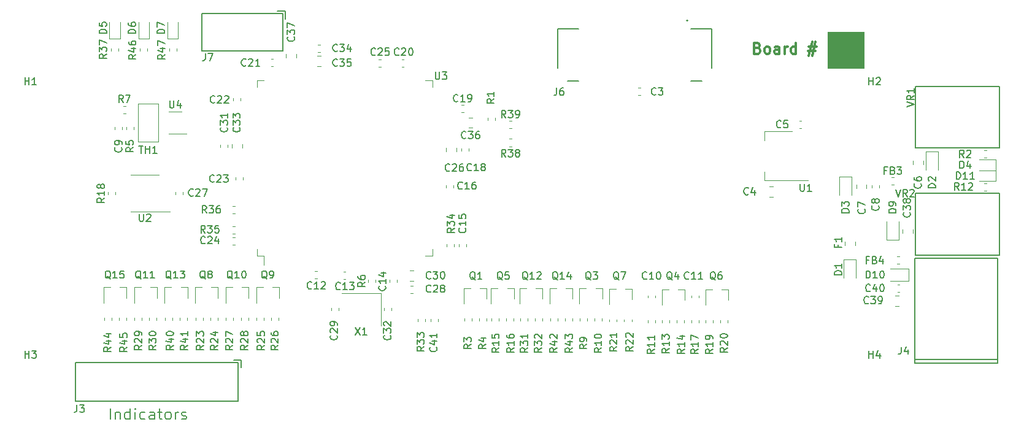
<source format=gbr>
G04 #@! TF.GenerationSoftware,KiCad,Pcbnew,(5.1.4-0)*
G04 #@! TF.CreationDate,2021-02-17T16:17:59+01:00*
G04 #@! TF.ProjectId,DBU_HW,4442555f-4857-42e6-9b69-6361645f7063,A*
G04 #@! TF.SameCoordinates,PX4c4b400PYa037a00*
G04 #@! TF.FileFunction,Legend,Top*
G04 #@! TF.FilePolarity,Positive*
%FSLAX46Y46*%
G04 Gerber Fmt 4.6, Leading zero omitted, Abs format (unit mm)*
G04 Created by KiCad (PCBNEW (5.1.4-0)) date 2021-02-17 16:17:59*
%MOMM*%
%LPD*%
G04 APERTURE LIST*
%ADD10C,0.150000*%
%ADD11C,0.100000*%
%ADD12C,0.300000*%
%ADD13C,0.120000*%
%ADD14C,0.127000*%
%ADD15C,0.200000*%
G04 APERTURE END LIST*
D10*
X16285714Y30081429D02*
X16285714Y31581429D01*
X17000000Y31081429D02*
X17000000Y30081429D01*
X17000000Y30938572D02*
X17071428Y31010000D01*
X17214285Y31081429D01*
X17428571Y31081429D01*
X17571428Y31010000D01*
X17642857Y30867143D01*
X17642857Y30081429D01*
X19000000Y30081429D02*
X19000000Y31581429D01*
X19000000Y30152858D02*
X18857142Y30081429D01*
X18571428Y30081429D01*
X18428571Y30152858D01*
X18357142Y30224286D01*
X18285714Y30367143D01*
X18285714Y30795715D01*
X18357142Y30938572D01*
X18428571Y31010000D01*
X18571428Y31081429D01*
X18857142Y31081429D01*
X19000000Y31010000D01*
X19714285Y30081429D02*
X19714285Y31081429D01*
X19714285Y31581429D02*
X19642857Y31510000D01*
X19714285Y31438572D01*
X19785714Y31510000D01*
X19714285Y31581429D01*
X19714285Y31438572D01*
X21071428Y30152858D02*
X20928571Y30081429D01*
X20642857Y30081429D01*
X20500000Y30152858D01*
X20428571Y30224286D01*
X20357142Y30367143D01*
X20357142Y30795715D01*
X20428571Y30938572D01*
X20500000Y31010000D01*
X20642857Y31081429D01*
X20928571Y31081429D01*
X21071428Y31010000D01*
X22357142Y30081429D02*
X22357142Y30867143D01*
X22285714Y31010000D01*
X22142857Y31081429D01*
X21857142Y31081429D01*
X21714285Y31010000D01*
X22357142Y30152858D02*
X22214285Y30081429D01*
X21857142Y30081429D01*
X21714285Y30152858D01*
X21642857Y30295715D01*
X21642857Y30438572D01*
X21714285Y30581429D01*
X21857142Y30652858D01*
X22214285Y30652858D01*
X22357142Y30724286D01*
X22857142Y31081429D02*
X23428571Y31081429D01*
X23071428Y31581429D02*
X23071428Y30295715D01*
X23142857Y30152858D01*
X23285714Y30081429D01*
X23428571Y30081429D01*
X24142857Y30081429D02*
X24000000Y30152858D01*
X23928571Y30224286D01*
X23857142Y30367143D01*
X23857142Y30795715D01*
X23928571Y30938572D01*
X24000000Y31010000D01*
X24142857Y31081429D01*
X24357142Y31081429D01*
X24500000Y31010000D01*
X24571428Y30938572D01*
X24642857Y30795715D01*
X24642857Y30367143D01*
X24571428Y30224286D01*
X24500000Y30152858D01*
X24357142Y30081429D01*
X24142857Y30081429D01*
X25285714Y30081429D02*
X25285714Y31081429D01*
X25285714Y30795715D02*
X25357142Y30938572D01*
X25428571Y31010000D01*
X25571428Y31081429D01*
X25714285Y31081429D01*
X26142857Y30152858D02*
X26285714Y30081429D01*
X26571428Y30081429D01*
X26714285Y30152858D01*
X26785714Y30295715D01*
X26785714Y30367143D01*
X26714285Y30510000D01*
X26571428Y30581429D01*
X26357142Y30581429D01*
X26214285Y30652858D01*
X26142857Y30795715D01*
X26142857Y30867143D01*
X26214285Y31010000D01*
X26357142Y31081429D01*
X26571428Y31081429D01*
X26714285Y31010000D01*
D11*
G36*
X120270000Y78580492D02*
G01*
X115270000Y78580492D01*
X115270000Y83580492D01*
X120270000Y83580492D01*
X120270000Y78580492D01*
G37*
X120270000Y78580492D02*
X115270000Y78580492D01*
X115270000Y83580492D01*
X120270000Y83580492D01*
X120270000Y78580492D01*
D12*
X105615714Y81307635D02*
X105830000Y81236207D01*
X105901428Y81164778D01*
X105972857Y81021921D01*
X105972857Y80807635D01*
X105901428Y80664778D01*
X105830000Y80593350D01*
X105687142Y80521921D01*
X105115714Y80521921D01*
X105115714Y82021921D01*
X105615714Y82021921D01*
X105758571Y81950492D01*
X105830000Y81879064D01*
X105901428Y81736207D01*
X105901428Y81593350D01*
X105830000Y81450492D01*
X105758571Y81379064D01*
X105615714Y81307635D01*
X105115714Y81307635D01*
X106830000Y80521921D02*
X106687142Y80593350D01*
X106615714Y80664778D01*
X106544285Y80807635D01*
X106544285Y81236207D01*
X106615714Y81379064D01*
X106687142Y81450492D01*
X106830000Y81521921D01*
X107044285Y81521921D01*
X107187142Y81450492D01*
X107258571Y81379064D01*
X107330000Y81236207D01*
X107330000Y80807635D01*
X107258571Y80664778D01*
X107187142Y80593350D01*
X107044285Y80521921D01*
X106830000Y80521921D01*
X108615714Y80521921D02*
X108615714Y81307635D01*
X108544285Y81450492D01*
X108401428Y81521921D01*
X108115714Y81521921D01*
X107972857Y81450492D01*
X108615714Y80593350D02*
X108472857Y80521921D01*
X108115714Y80521921D01*
X107972857Y80593350D01*
X107901428Y80736207D01*
X107901428Y80879064D01*
X107972857Y81021921D01*
X108115714Y81093350D01*
X108472857Y81093350D01*
X108615714Y81164778D01*
X109330000Y80521921D02*
X109330000Y81521921D01*
X109330000Y81236207D02*
X109401428Y81379064D01*
X109472857Y81450492D01*
X109615714Y81521921D01*
X109758571Y81521921D01*
X110901428Y80521921D02*
X110901428Y82021921D01*
X110901428Y80593350D02*
X110758571Y80521921D01*
X110472857Y80521921D01*
X110330000Y80593350D01*
X110258571Y80664778D01*
X110187142Y80807635D01*
X110187142Y81236207D01*
X110258571Y81379064D01*
X110330000Y81450492D01*
X110472857Y81521921D01*
X110758571Y81521921D01*
X110901428Y81450492D01*
X112687142Y81521921D02*
X113758571Y81521921D01*
X113115714Y82164778D02*
X112687142Y80236207D01*
X113615714Y80879064D02*
X112544285Y80879064D01*
X113187142Y80236207D02*
X113615714Y82164778D01*
D10*
X33940000Y37740000D02*
X33940000Y32750000D01*
X33920000Y32610000D02*
X21700000Y32610000D01*
X33940000Y37870000D02*
X11442000Y37870000D01*
X11442000Y37870000D02*
X11442000Y32610000D01*
X21720000Y32610000D02*
X11442000Y32610000D01*
X33940000Y37640000D02*
X33940000Y37860000D01*
X33300000Y38210000D02*
X34300000Y38210000D01*
X34300000Y38210000D02*
X34300000Y37210000D01*
X33940000Y32610000D02*
X33940000Y32740000D01*
X33940000Y32610000D02*
X33920000Y32610000D01*
D13*
X125103984Y47117860D02*
X124586828Y47117860D01*
X125103984Y45697860D02*
X124586828Y45697860D01*
X127010000Y55788922D02*
X127010000Y56306078D01*
X125590000Y55788922D02*
X125590000Y56306078D01*
X41960000Y80001422D02*
X41960000Y80518578D01*
X40540000Y80001422D02*
X40540000Y80518578D01*
X65741422Y70300000D02*
X66258578Y70300000D01*
X65741422Y71720000D02*
X66258578Y71720000D01*
X44841422Y78800000D02*
X45358578Y78800000D01*
X44841422Y80220000D02*
X45358578Y80220000D01*
X34460000Y67501422D02*
X34460000Y68018578D01*
X33040000Y67501422D02*
X33040000Y68018578D01*
X58126471Y50620000D02*
X57609315Y50620000D01*
X58126471Y49200000D02*
X57609315Y49200000D01*
X62635000Y67518578D02*
X62635000Y67001422D01*
X64055000Y67518578D02*
X64055000Y67001422D01*
X119225000Y62468578D02*
X119225000Y61951422D01*
X120645000Y62468578D02*
X120645000Y61951422D01*
X127040000Y65768578D02*
X127040000Y65251422D01*
X128460000Y65768578D02*
X128460000Y65251422D01*
X107241422Y60800000D02*
X107758578Y60800000D01*
X107241422Y62220000D02*
X107758578Y62220000D01*
X26130000Y72570000D02*
X24370000Y72570000D01*
X24370000Y69500000D02*
X26800000Y69500000D01*
X18375279Y72249999D02*
X18049721Y72249999D01*
X18375279Y73269999D02*
X18049721Y73269999D01*
X20130000Y68390000D02*
X20130000Y73630000D01*
X22870000Y68390000D02*
X22870000Y73630000D01*
X20130000Y68390000D02*
X22870000Y68390000D01*
X20130000Y73630000D02*
X22870000Y73630000D01*
X18490000Y70097221D02*
X18490000Y70422779D01*
X19510000Y70097221D02*
X19510000Y70422779D01*
X17935000Y70422779D02*
X17935000Y70097221D01*
X16915000Y70422779D02*
X16915000Y70097221D01*
D14*
X127300000Y38310000D02*
X138700000Y38310000D01*
X127300000Y38310000D02*
X127300000Y37810000D01*
X127300000Y52310000D02*
X127300000Y38310000D01*
X127300000Y37810000D02*
X138700000Y37810000D01*
X138700000Y38310000D02*
X138700000Y52310000D01*
X138700000Y37810000D02*
X138700000Y38310000D01*
X138700000Y52310000D02*
X127300000Y52310000D01*
D10*
X127375000Y61260000D02*
X127375000Y52760000D01*
X138975000Y61260000D02*
X127375000Y61260000D01*
X138975000Y52760000D02*
X138975000Y61260000D01*
X127375000Y52760000D02*
X138975000Y52760000D01*
X127375000Y67510000D02*
X138975000Y67510000D01*
X138975000Y67510000D02*
X138975000Y76010000D01*
X138975000Y76010000D02*
X127375000Y76010000D01*
X127375000Y76010000D02*
X127375000Y67510000D01*
D13*
X124087221Y63470000D02*
X124412779Y63470000D01*
X124087221Y62450000D02*
X124412779Y62450000D01*
X122410000Y62372779D02*
X122410000Y62047221D01*
X121390000Y62372779D02*
X121390000Y62047221D01*
X60490000Y43922779D02*
X60490000Y43597221D01*
X61510000Y43922779D02*
X61510000Y43597221D01*
D15*
X95995000Y85115000D02*
G75*
G03X95995000Y85115000I-100000J0D01*
G01*
D14*
X99300000Y83985000D02*
X99300000Y78518500D01*
X96395000Y83985000D02*
X99300000Y83985000D01*
X77990000Y83985000D02*
X80895000Y83985000D01*
X77990000Y78518500D02*
X77990000Y83985000D01*
X80895000Y76745000D02*
X79403500Y76745000D01*
X97886500Y76745000D02*
X96395000Y76745000D01*
D13*
X21050000Y63820000D02*
X19100000Y63820000D01*
X21050000Y63820000D02*
X23000000Y63820000D01*
X21050000Y58700000D02*
X19100000Y58700000D01*
X21050000Y58700000D02*
X24500000Y58700000D01*
X16960000Y61097221D02*
X16960000Y61422779D01*
X15940000Y61097221D02*
X15940000Y61422779D01*
X119059999Y54581078D02*
X119059999Y54063922D01*
X117639999Y54581078D02*
X117639999Y54063922D01*
X75930000Y48190416D02*
X75000000Y48190416D01*
X72770000Y48190416D02*
X73700000Y48190416D01*
X72770000Y48190416D02*
X72770000Y46030416D01*
X75930000Y48190416D02*
X75930000Y46730416D01*
X106593465Y69836942D02*
X106593465Y68576942D01*
X106593465Y63016942D02*
X106593465Y64276942D01*
X110353465Y69836942D02*
X106593465Y69836942D01*
X112603465Y63016942D02*
X106593465Y63016942D01*
X137162779Y61650000D02*
X136837221Y61650000D01*
X137162779Y62670000D02*
X136837221Y62670000D01*
X124837221Y52520000D02*
X125162779Y52520000D01*
X124837221Y51500000D02*
X125162779Y51500000D01*
X136200000Y62925000D02*
X138485000Y62925000D01*
X138485000Y62925000D02*
X138485000Y64395000D01*
X138485000Y64395000D02*
X136200000Y64395000D01*
X126425406Y49160000D02*
X126425406Y50860000D01*
X126425406Y50860000D02*
X123875406Y50860000D01*
X126425406Y49160000D02*
X123875406Y49160000D01*
X123400000Y54810000D02*
X125100000Y54810000D01*
X125100000Y54810000D02*
X125100000Y57360000D01*
X123400000Y54810000D02*
X123400000Y57360000D01*
X136200000Y64425000D02*
X138485000Y64425000D01*
X138485000Y64425000D02*
X138485000Y65895000D01*
X138485000Y65895000D02*
X136200000Y65895000D01*
X118600000Y63590000D02*
X116900000Y63590000D01*
X116900000Y63590000D02*
X116900000Y61040000D01*
X118600000Y63590000D02*
X118600000Y61040000D01*
X130550000Y67010000D02*
X128850000Y67010000D01*
X128850000Y67010000D02*
X128850000Y64460000D01*
X130550000Y67010000D02*
X130550000Y64460000D01*
X119200000Y52159999D02*
X117500000Y52159999D01*
X117500000Y52159999D02*
X117500000Y49609999D01*
X119200000Y52159999D02*
X119200000Y49609999D01*
X125208185Y47651430D02*
X124882627Y47651430D01*
X125208185Y48671430D02*
X124882627Y48671430D01*
X52860000Y49322779D02*
X52860000Y48997221D01*
X51840000Y49322779D02*
X51840000Y48997221D01*
X24446000Y81250293D02*
X24446000Y80924735D01*
X25466000Y81250293D02*
X25466000Y80924735D01*
X20395501Y81250291D02*
X20395501Y80924733D01*
X21415501Y81250291D02*
X21415501Y80924733D01*
X16345000Y81250292D02*
X16345000Y80924734D01*
X17365000Y81250292D02*
X17365000Y80924734D01*
X25651001Y82602514D02*
X25651001Y84887514D01*
X24181001Y82602514D02*
X25651001Y82602514D01*
X24181001Y84887514D02*
X24181001Y82602514D01*
X21640500Y82602512D02*
X21640500Y84887512D01*
X20170500Y82602512D02*
X21640500Y82602512D01*
X20170500Y84887512D02*
X20170500Y82602512D01*
X17630000Y82602515D02*
X17630000Y84887515D01*
X16160000Y82602515D02*
X17630000Y82602515D01*
X16160000Y84887515D02*
X16160000Y82602515D01*
X53600000Y47510000D02*
X48200000Y47510000D01*
X53600000Y43010000D02*
X53600000Y47510000D01*
X53662779Y78750000D02*
X53337221Y78750000D01*
X53662779Y79770000D02*
X53337221Y79770000D01*
X60710000Y75920000D02*
X60710000Y76870000D01*
X60710000Y76870000D02*
X59760000Y76870000D01*
X60710000Y53600000D02*
X60710000Y52650000D01*
X60710000Y52650000D02*
X59760000Y52650000D01*
X36490000Y75920000D02*
X36490000Y76870000D01*
X36490000Y76870000D02*
X37440000Y76870000D01*
X36490000Y53600000D02*
X36490000Y52650000D01*
X36490000Y52650000D02*
X37440000Y52650000D01*
X37440000Y52650000D02*
X37440000Y51335000D01*
X68180000Y43963194D02*
X68180000Y43637636D01*
X67160000Y43963194D02*
X67160000Y43637636D01*
X66140000Y43963194D02*
X66140000Y43637636D01*
X65120000Y43963194D02*
X65120000Y43637636D01*
X68230000Y48190416D02*
X67300000Y48190416D01*
X65070000Y48190416D02*
X66000000Y48190416D01*
X65070000Y48190416D02*
X65070000Y46030416D01*
X68230000Y48190416D02*
X68230000Y46730416D01*
X90442279Y46847637D02*
X90442279Y47173195D01*
X91462279Y46847637D02*
X91462279Y47173195D01*
X96451192Y46847637D02*
X96451192Y47173195D01*
X97471192Y46847637D02*
X97471192Y47173195D01*
X83110000Y43963194D02*
X83110000Y43637636D01*
X84130000Y43963194D02*
X84130000Y43637636D01*
X82090000Y43637636D02*
X82090000Y43963194D01*
X81070000Y43637636D02*
X81070000Y43963194D01*
X94466736Y43763194D02*
X94466736Y43437636D01*
X95486736Y43763194D02*
X95486736Y43437636D01*
X92426734Y43763194D02*
X92426734Y43437636D01*
X93446734Y43763194D02*
X93446734Y43437636D01*
X90442279Y43763194D02*
X90442279Y43437636D01*
X91462279Y43763194D02*
X91462279Y43437636D01*
X70910000Y43963194D02*
X70910000Y43637636D01*
X71930000Y43963194D02*
X71930000Y43637636D01*
X68870000Y43963194D02*
X68870000Y43637636D01*
X69890000Y43963194D02*
X69890000Y43637636D01*
X75880000Y43963194D02*
X75880000Y43637636D01*
X74860000Y43963194D02*
X74860000Y43637636D01*
X73840000Y43963194D02*
X73840000Y43637636D01*
X72820000Y43963194D02*
X72820000Y43637636D01*
X80030000Y43963194D02*
X80030000Y43637636D01*
X79010000Y43963194D02*
X79010000Y43637636D01*
X77990000Y43963194D02*
X77990000Y43637636D01*
X76970000Y43963194D02*
X76970000Y43637636D01*
X100475648Y43763194D02*
X100475648Y43437636D01*
X101495648Y43763194D02*
X101495648Y43437636D01*
X98435648Y43763194D02*
X98435648Y43437636D01*
X99455648Y43763194D02*
X99455648Y43437636D01*
X96451192Y43763194D02*
X96451192Y43437636D01*
X97471192Y43763194D02*
X97471192Y43437636D01*
X88224807Y43863193D02*
X88224807Y43537635D01*
X87204807Y43863193D02*
X87204807Y43537635D01*
X86184807Y43863193D02*
X86184807Y43537635D01*
X85164807Y43863193D02*
X85164807Y43537635D01*
X26893603Y44063194D02*
X26893603Y43737636D01*
X25873603Y44063194D02*
X25873603Y43737636D01*
X24853602Y44063194D02*
X24853602Y43737636D01*
X23833602Y44063194D02*
X23833602Y43737636D01*
X31101403Y44063194D02*
X31101403Y43737636D01*
X30081403Y44063194D02*
X30081403Y43737636D01*
X29061403Y44063193D02*
X29061403Y43737635D01*
X28041403Y44063193D02*
X28041403Y43737635D01*
X39517005Y44063193D02*
X39517005Y43737635D01*
X38497005Y44063193D02*
X38497005Y43737635D01*
X37477005Y44063194D02*
X37477005Y43737636D01*
X36457005Y44063194D02*
X36457005Y43737636D01*
X35309204Y44063194D02*
X35309204Y43737636D01*
X34289204Y44063194D02*
X34289204Y43737636D01*
X33269204Y44063194D02*
X33269204Y43737636D01*
X32249204Y44063194D02*
X32249204Y43737636D01*
X22685801Y44063194D02*
X22685801Y43737636D01*
X21665801Y44063194D02*
X21665801Y43737636D01*
X20645801Y44063194D02*
X20645801Y43737636D01*
X19625801Y44063194D02*
X19625801Y43737636D01*
X18477999Y44063194D02*
X18477999Y43737636D01*
X17457999Y44063194D02*
X17457999Y43737636D01*
X16438000Y44063193D02*
X16438000Y43737635D01*
X15418000Y44063193D02*
X15418000Y43737635D01*
X84180000Y48190416D02*
X84180000Y46730416D01*
X81020000Y48190416D02*
X81020000Y46030416D01*
X81020000Y48190416D02*
X81950000Y48190416D01*
X84180000Y48190416D02*
X83250000Y48190416D01*
X95536736Y47990416D02*
X95536736Y46530416D01*
X92376736Y47990416D02*
X92376736Y45830416D01*
X92376736Y47990416D02*
X93306736Y47990416D01*
X95536736Y47990416D02*
X94606736Y47990416D01*
X71980000Y48190416D02*
X71980000Y46730416D01*
X68820000Y48190416D02*
X68820000Y46030416D01*
X68820000Y48190416D02*
X69750000Y48190416D01*
X71980000Y48190416D02*
X71050000Y48190416D01*
X80080000Y48190416D02*
X79150000Y48190416D01*
X76920000Y48190416D02*
X77850000Y48190416D01*
X76920000Y48190416D02*
X76920000Y46030416D01*
X80080000Y48190416D02*
X80080000Y46730416D01*
X101545648Y47990416D02*
X101545648Y46530416D01*
X98385648Y47990416D02*
X98385648Y45830416D01*
X98385648Y47990416D02*
X99315648Y47990416D01*
X101545648Y47990416D02*
X100615648Y47990416D01*
X88274807Y48090416D02*
X87344807Y48090416D01*
X85114807Y48090416D02*
X86044807Y48090416D01*
X85114807Y48090416D02*
X85114807Y45930416D01*
X88274807Y48090416D02*
X88274807Y46630416D01*
X26943602Y48290416D02*
X26013602Y48290416D01*
X23783602Y48290416D02*
X24713602Y48290416D01*
X23783602Y48290416D02*
X23783602Y46130416D01*
X26943602Y48290416D02*
X26943602Y46830416D01*
X31151403Y48290416D02*
X30221403Y48290416D01*
X27991403Y48290416D02*
X28921403Y48290416D01*
X27991403Y48290416D02*
X27991403Y46130416D01*
X31151403Y48290416D02*
X31151403Y46830416D01*
X39567005Y48290416D02*
X38637005Y48290416D01*
X36407005Y48290416D02*
X37337005Y48290416D01*
X36407005Y48290416D02*
X36407005Y46130416D01*
X39567005Y48290416D02*
X39567005Y46830416D01*
X35359204Y48290416D02*
X34429204Y48290416D01*
X32199204Y48290416D02*
X33129204Y48290416D01*
X32199204Y48290416D02*
X32199204Y46130416D01*
X35359204Y48290416D02*
X35359204Y46830416D01*
X22735801Y48290416D02*
X21805801Y48290416D01*
X19575801Y48290416D02*
X20505801Y48290416D01*
X19575801Y48290416D02*
X19575801Y46130416D01*
X22735801Y48290416D02*
X22735801Y46830416D01*
X18528000Y48290416D02*
X17598000Y48290416D01*
X15368000Y48290416D02*
X16298000Y48290416D01*
X15368000Y48290416D02*
X15368000Y46130416D01*
X18528000Y48290416D02*
X18528000Y46830416D01*
D10*
X28900000Y86110000D02*
X40100000Y86110000D01*
X40100000Y86110000D02*
X40100000Y80910000D01*
X40100000Y80910000D02*
X28900000Y80910000D01*
X28900000Y80910000D02*
X28900000Y86110000D01*
X40450000Y85310000D02*
X40450000Y86460000D01*
X40450000Y86460000D02*
X39300000Y86460000D01*
D13*
X68390000Y71672779D02*
X68390000Y71347221D01*
X69410000Y71672779D02*
X69410000Y71347221D01*
X54040000Y45422779D02*
X54040000Y45097221D01*
X55060000Y45422779D02*
X55060000Y45097221D01*
X47810000Y45097221D02*
X47810000Y45422779D01*
X46790000Y45097221D02*
X46790000Y45422779D01*
X71337221Y67750000D02*
X71662779Y67750000D01*
X71337221Y68770000D02*
X71662779Y68770000D01*
X71337221Y70250000D02*
X71662779Y70250000D01*
X71337221Y71270000D02*
X71662779Y71270000D01*
X33462779Y59520000D02*
X33137221Y59520000D01*
X33462779Y58500000D02*
X33137221Y58500000D01*
X44937221Y80750000D02*
X45262779Y80750000D01*
X44937221Y81770000D02*
X45262779Y81770000D01*
X32510000Y67597221D02*
X32510000Y67922779D01*
X31490000Y67597221D02*
X31490000Y67922779D01*
X34560000Y63134721D02*
X34560000Y63460279D01*
X33540000Y63134721D02*
X33540000Y63460279D01*
X137162779Y66150000D02*
X136837221Y66150000D01*
X137162779Y67170000D02*
X136837221Y67170000D01*
X33462779Y56669315D02*
X33137221Y56669315D01*
X33462779Y55649315D02*
X33137221Y55649315D01*
X62690000Y54222779D02*
X62690000Y53897221D01*
X63710000Y54222779D02*
X63710000Y53897221D01*
X58740000Y43922779D02*
X58740000Y43597221D01*
X59760000Y43922779D02*
X59760000Y43597221D01*
X111662779Y70250000D02*
X111337221Y70250000D01*
X111662779Y71270000D02*
X111337221Y71270000D01*
X58030672Y48520000D02*
X57705114Y48520000D01*
X58030672Y47500000D02*
X57705114Y47500000D01*
X25240000Y61097221D02*
X25240000Y61422779D01*
X26260000Y61097221D02*
X26260000Y61422779D01*
X33462779Y55154314D02*
X33137221Y55154314D01*
X33462779Y54134314D02*
X33137221Y54134314D01*
X33240000Y74097221D02*
X33240000Y74422779D01*
X34260000Y74097221D02*
X34260000Y74422779D01*
X38437221Y78809099D02*
X38762779Y78809099D01*
X38437221Y79829099D02*
X38762779Y79829099D01*
X56474721Y78750000D02*
X56800279Y78750000D01*
X56474721Y79770000D02*
X56800279Y79770000D01*
X64712221Y72465000D02*
X65037779Y72465000D01*
X64712221Y73485000D02*
X65037779Y73485000D01*
X65760000Y67422779D02*
X65760000Y67097221D01*
X64740000Y67422779D02*
X64740000Y67097221D01*
X62615000Y62387779D02*
X62615000Y62062221D01*
X63635000Y62387779D02*
X63635000Y62062221D01*
X64390000Y54222779D02*
X64390000Y53897221D01*
X65410000Y54222779D02*
X65410000Y53897221D01*
X54840000Y49322779D02*
X54840000Y48997221D01*
X55860000Y49322779D02*
X55860000Y48997221D01*
X48762779Y50420000D02*
X48437221Y50420000D01*
X48762779Y49400000D02*
X48437221Y49400000D01*
X44812779Y50520000D02*
X44487221Y50520000D01*
X44812779Y49500000D02*
X44487221Y49500000D01*
X89087221Y75845000D02*
X89412779Y75845000D01*
X89087221Y74825000D02*
X89412779Y74825000D01*
D10*
X11666666Y32057620D02*
X11666666Y31343334D01*
X11619047Y31200477D01*
X11523809Y31105239D01*
X11380952Y31057620D01*
X11285714Y31057620D01*
X12047619Y32057620D02*
X12666666Y32057620D01*
X12333333Y31676667D01*
X12476190Y31676667D01*
X12571428Y31629048D01*
X12619047Y31581429D01*
X12666666Y31486191D01*
X12666666Y31248096D01*
X12619047Y31152858D01*
X12571428Y31105239D01*
X12476190Y31057620D01*
X12190476Y31057620D01*
X12095238Y31105239D01*
X12047619Y31152858D01*
X120907140Y46118218D02*
X120859521Y46070599D01*
X120716664Y46022980D01*
X120621426Y46022980D01*
X120478569Y46070599D01*
X120383331Y46165837D01*
X120335712Y46261075D01*
X120288093Y46451551D01*
X120288093Y46594408D01*
X120335712Y46784884D01*
X120383331Y46880122D01*
X120478569Y46975360D01*
X120621426Y47022980D01*
X120716664Y47022980D01*
X120859521Y46975360D01*
X120907140Y46927741D01*
X121240474Y47022980D02*
X121859521Y47022980D01*
X121526188Y46642027D01*
X121669045Y46642027D01*
X121764283Y46594408D01*
X121811902Y46546789D01*
X121859521Y46451551D01*
X121859521Y46213456D01*
X121811902Y46118218D01*
X121764283Y46070599D01*
X121669045Y46022980D01*
X121383331Y46022980D01*
X121288093Y46070599D01*
X121240474Y46118218D01*
X122335712Y46022980D02*
X122526188Y46022980D01*
X122621426Y46070599D01*
X122669045Y46118218D01*
X122764283Y46261075D01*
X122811902Y46451551D01*
X122811902Y46832503D01*
X122764283Y46927741D01*
X122716664Y46975360D01*
X122621426Y47022980D01*
X122430950Y47022980D01*
X122335712Y46975360D01*
X122288093Y46927741D01*
X122240474Y46832503D01*
X122240474Y46594408D01*
X122288093Y46499170D01*
X122335712Y46451551D01*
X122430950Y46403932D01*
X122621426Y46403932D01*
X122716664Y46451551D01*
X122764283Y46499170D01*
X122811902Y46594408D01*
X126607142Y58617143D02*
X126654761Y58569524D01*
X126702380Y58426667D01*
X126702380Y58331429D01*
X126654761Y58188572D01*
X126559523Y58093334D01*
X126464285Y58045715D01*
X126273809Y57998096D01*
X126130952Y57998096D01*
X125940476Y58045715D01*
X125845238Y58093334D01*
X125750000Y58188572D01*
X125702380Y58331429D01*
X125702380Y58426667D01*
X125750000Y58569524D01*
X125797619Y58617143D01*
X125702380Y58950477D02*
X125702380Y59569524D01*
X126083333Y59236191D01*
X126083333Y59379048D01*
X126130952Y59474286D01*
X126178571Y59521905D01*
X126273809Y59569524D01*
X126511904Y59569524D01*
X126607142Y59521905D01*
X126654761Y59474286D01*
X126702380Y59379048D01*
X126702380Y59093334D01*
X126654761Y58998096D01*
X126607142Y58950477D01*
X126130952Y60140953D02*
X126083333Y60045715D01*
X126035714Y59998096D01*
X125940476Y59950477D01*
X125892857Y59950477D01*
X125797619Y59998096D01*
X125750000Y60045715D01*
X125702380Y60140953D01*
X125702380Y60331429D01*
X125750000Y60426667D01*
X125797619Y60474286D01*
X125892857Y60521905D01*
X125940476Y60521905D01*
X126035714Y60474286D01*
X126083333Y60426667D01*
X126130952Y60331429D01*
X126130952Y60140953D01*
X126178571Y60045715D01*
X126226190Y59998096D01*
X126321428Y59950477D01*
X126511904Y59950477D01*
X126607142Y59998096D01*
X126654761Y60045715D01*
X126702380Y60140953D01*
X126702380Y60331429D01*
X126654761Y60426667D01*
X126607142Y60474286D01*
X126511904Y60521905D01*
X126321428Y60521905D01*
X126226190Y60474286D01*
X126178571Y60426667D01*
X126130952Y60331429D01*
X41607142Y82867143D02*
X41654761Y82819524D01*
X41702380Y82676667D01*
X41702380Y82581429D01*
X41654761Y82438572D01*
X41559523Y82343334D01*
X41464285Y82295715D01*
X41273809Y82248096D01*
X41130952Y82248096D01*
X40940476Y82295715D01*
X40845238Y82343334D01*
X40750000Y82438572D01*
X40702380Y82581429D01*
X40702380Y82676667D01*
X40750000Y82819524D01*
X40797619Y82867143D01*
X40702380Y83200477D02*
X40702380Y83819524D01*
X41083333Y83486191D01*
X41083333Y83629048D01*
X41130952Y83724286D01*
X41178571Y83771905D01*
X41273809Y83819524D01*
X41511904Y83819524D01*
X41607142Y83771905D01*
X41654761Y83724286D01*
X41702380Y83629048D01*
X41702380Y83343334D01*
X41654761Y83248096D01*
X41607142Y83200477D01*
X40702380Y84152858D02*
X40702380Y84819524D01*
X41702380Y84390953D01*
X65357142Y68902858D02*
X65309523Y68855239D01*
X65166666Y68807620D01*
X65071428Y68807620D01*
X64928571Y68855239D01*
X64833333Y68950477D01*
X64785714Y69045715D01*
X64738095Y69236191D01*
X64738095Y69379048D01*
X64785714Y69569524D01*
X64833333Y69664762D01*
X64928571Y69760000D01*
X65071428Y69807620D01*
X65166666Y69807620D01*
X65309523Y69760000D01*
X65357142Y69712381D01*
X65690476Y69807620D02*
X66309523Y69807620D01*
X65976190Y69426667D01*
X66119047Y69426667D01*
X66214285Y69379048D01*
X66261904Y69331429D01*
X66309523Y69236191D01*
X66309523Y68998096D01*
X66261904Y68902858D01*
X66214285Y68855239D01*
X66119047Y68807620D01*
X65833333Y68807620D01*
X65738095Y68855239D01*
X65690476Y68902858D01*
X67166666Y69807620D02*
X66976190Y69807620D01*
X66880952Y69760000D01*
X66833333Y69712381D01*
X66738095Y69569524D01*
X66690476Y69379048D01*
X66690476Y68998096D01*
X66738095Y68902858D01*
X66785714Y68855239D01*
X66880952Y68807620D01*
X67071428Y68807620D01*
X67166666Y68855239D01*
X67214285Y68902858D01*
X67261904Y68998096D01*
X67261904Y69236191D01*
X67214285Y69331429D01*
X67166666Y69379048D01*
X67071428Y69426667D01*
X66880952Y69426667D01*
X66785714Y69379048D01*
X66738095Y69331429D01*
X66690476Y69236191D01*
X47607142Y78902858D02*
X47559523Y78855239D01*
X47416666Y78807620D01*
X47321428Y78807620D01*
X47178571Y78855239D01*
X47083333Y78950477D01*
X47035714Y79045715D01*
X46988095Y79236191D01*
X46988095Y79379048D01*
X47035714Y79569524D01*
X47083333Y79664762D01*
X47178571Y79760000D01*
X47321428Y79807620D01*
X47416666Y79807620D01*
X47559523Y79760000D01*
X47607142Y79712381D01*
X47940476Y79807620D02*
X48559523Y79807620D01*
X48226190Y79426667D01*
X48369047Y79426667D01*
X48464285Y79379048D01*
X48511904Y79331429D01*
X48559523Y79236191D01*
X48559523Y78998096D01*
X48511904Y78902858D01*
X48464285Y78855239D01*
X48369047Y78807620D01*
X48083333Y78807620D01*
X47988095Y78855239D01*
X47940476Y78902858D01*
X49464285Y79807620D02*
X48988095Y79807620D01*
X48940476Y79331429D01*
X48988095Y79379048D01*
X49083333Y79426667D01*
X49321428Y79426667D01*
X49416666Y79379048D01*
X49464285Y79331429D01*
X49511904Y79236191D01*
X49511904Y78998096D01*
X49464285Y78902858D01*
X49416666Y78855239D01*
X49321428Y78807620D01*
X49083333Y78807620D01*
X48988095Y78855239D01*
X48940476Y78902858D01*
X34107142Y70367143D02*
X34154761Y70319524D01*
X34202380Y70176667D01*
X34202380Y70081429D01*
X34154761Y69938572D01*
X34059523Y69843334D01*
X33964285Y69795715D01*
X33773809Y69748096D01*
X33630952Y69748096D01*
X33440476Y69795715D01*
X33345238Y69843334D01*
X33250000Y69938572D01*
X33202380Y70081429D01*
X33202380Y70176667D01*
X33250000Y70319524D01*
X33297619Y70367143D01*
X33202380Y70700477D02*
X33202380Y71319524D01*
X33583333Y70986191D01*
X33583333Y71129048D01*
X33630952Y71224286D01*
X33678571Y71271905D01*
X33773809Y71319524D01*
X34011904Y71319524D01*
X34107142Y71271905D01*
X34154761Y71224286D01*
X34202380Y71129048D01*
X34202380Y70843334D01*
X34154761Y70748096D01*
X34107142Y70700477D01*
X33202380Y71652858D02*
X33202380Y72271905D01*
X33583333Y71938572D01*
X33583333Y72081429D01*
X33630952Y72176667D01*
X33678571Y72224286D01*
X33773809Y72271905D01*
X34011904Y72271905D01*
X34107142Y72224286D01*
X34154761Y72176667D01*
X34202380Y72081429D01*
X34202380Y71795715D01*
X34154761Y71700477D01*
X34107142Y71652858D01*
X60507142Y49552858D02*
X60459523Y49505239D01*
X60316666Y49457620D01*
X60221428Y49457620D01*
X60078571Y49505239D01*
X59983333Y49600477D01*
X59935714Y49695715D01*
X59888095Y49886191D01*
X59888095Y50029048D01*
X59935714Y50219524D01*
X59983333Y50314762D01*
X60078571Y50410000D01*
X60221428Y50457620D01*
X60316666Y50457620D01*
X60459523Y50410000D01*
X60507142Y50362381D01*
X60840476Y50457620D02*
X61459523Y50457620D01*
X61126190Y50076667D01*
X61269047Y50076667D01*
X61364285Y50029048D01*
X61411904Y49981429D01*
X61459523Y49886191D01*
X61459523Y49648096D01*
X61411904Y49552858D01*
X61364285Y49505239D01*
X61269047Y49457620D01*
X60983333Y49457620D01*
X60888095Y49505239D01*
X60840476Y49552858D01*
X62078571Y50457620D02*
X62173809Y50457620D01*
X62269047Y50410000D01*
X62316666Y50362381D01*
X62364285Y50267143D01*
X62411904Y50076667D01*
X62411904Y49838572D01*
X62364285Y49648096D01*
X62316666Y49552858D01*
X62269047Y49505239D01*
X62173809Y49457620D01*
X62078571Y49457620D01*
X61983333Y49505239D01*
X61935714Y49552858D01*
X61888095Y49648096D01*
X61840476Y49838572D01*
X61840476Y50076667D01*
X61888095Y50267143D01*
X61935714Y50362381D01*
X61983333Y50410000D01*
X62078571Y50457620D01*
X63107142Y64402858D02*
X63059523Y64355239D01*
X62916666Y64307620D01*
X62821428Y64307620D01*
X62678571Y64355239D01*
X62583333Y64450477D01*
X62535714Y64545715D01*
X62488095Y64736191D01*
X62488095Y64879048D01*
X62535714Y65069524D01*
X62583333Y65164762D01*
X62678571Y65260000D01*
X62821428Y65307620D01*
X62916666Y65307620D01*
X63059523Y65260000D01*
X63107142Y65212381D01*
X63488095Y65212381D02*
X63535714Y65260000D01*
X63630952Y65307620D01*
X63869047Y65307620D01*
X63964285Y65260000D01*
X64011904Y65212381D01*
X64059523Y65117143D01*
X64059523Y65021905D01*
X64011904Y64879048D01*
X63440476Y64307620D01*
X64059523Y64307620D01*
X64916666Y65307620D02*
X64726190Y65307620D01*
X64630952Y65260000D01*
X64583333Y65212381D01*
X64488095Y65069524D01*
X64440476Y64879048D01*
X64440476Y64498096D01*
X64488095Y64402858D01*
X64535714Y64355239D01*
X64630952Y64307620D01*
X64821428Y64307620D01*
X64916666Y64355239D01*
X64964285Y64402858D01*
X65011904Y64498096D01*
X65011904Y64736191D01*
X64964285Y64831429D01*
X64916666Y64879048D01*
X64821428Y64926667D01*
X64630952Y64926667D01*
X64535714Y64879048D01*
X64488095Y64831429D01*
X64440476Y64736191D01*
X120357142Y59093334D02*
X120404761Y59045715D01*
X120452380Y58902858D01*
X120452380Y58807620D01*
X120404761Y58664762D01*
X120309523Y58569524D01*
X120214285Y58521905D01*
X120023809Y58474286D01*
X119880952Y58474286D01*
X119690476Y58521905D01*
X119595238Y58569524D01*
X119500000Y58664762D01*
X119452380Y58807620D01*
X119452380Y58902858D01*
X119500000Y59045715D01*
X119547619Y59093334D01*
X119452380Y59426667D02*
X119452380Y60093334D01*
X120452380Y59664762D01*
X128107142Y62593334D02*
X128154761Y62545715D01*
X128202380Y62402858D01*
X128202380Y62307620D01*
X128154761Y62164762D01*
X128059523Y62069524D01*
X127964285Y62021905D01*
X127773809Y61974286D01*
X127630952Y61974286D01*
X127440476Y62021905D01*
X127345238Y62069524D01*
X127250000Y62164762D01*
X127202380Y62307620D01*
X127202380Y62402858D01*
X127250000Y62545715D01*
X127297619Y62593334D01*
X127202380Y63450477D02*
X127202380Y63260000D01*
X127250000Y63164762D01*
X127297619Y63117143D01*
X127440476Y63021905D01*
X127630952Y62974286D01*
X128011904Y62974286D01*
X128107142Y63021905D01*
X128154761Y63069524D01*
X128202380Y63164762D01*
X128202380Y63355239D01*
X128154761Y63450477D01*
X128107142Y63498096D01*
X128011904Y63545715D01*
X127773809Y63545715D01*
X127678571Y63498096D01*
X127630952Y63450477D01*
X127583333Y63355239D01*
X127583333Y63164762D01*
X127630952Y63069524D01*
X127678571Y63021905D01*
X127773809Y62974286D01*
X104333333Y61152858D02*
X104285714Y61105239D01*
X104142857Y61057620D01*
X104047619Y61057620D01*
X103904761Y61105239D01*
X103809523Y61200477D01*
X103761904Y61295715D01*
X103714285Y61486191D01*
X103714285Y61629048D01*
X103761904Y61819524D01*
X103809523Y61914762D01*
X103904761Y62010000D01*
X104047619Y62057620D01*
X104142857Y62057620D01*
X104285714Y62010000D01*
X104333333Y61962381D01*
X105190476Y61724286D02*
X105190476Y61057620D01*
X104952380Y62105239D02*
X104714285Y61390953D01*
X105333333Y61390953D01*
X24488095Y74057620D02*
X24488095Y73248096D01*
X24535714Y73152858D01*
X24583333Y73105239D01*
X24678571Y73057620D01*
X24869047Y73057620D01*
X24964285Y73105239D01*
X25011904Y73152858D01*
X25059523Y73248096D01*
X25059523Y74057620D01*
X25964285Y73724286D02*
X25964285Y73057620D01*
X25726190Y74105239D02*
X25488095Y73390953D01*
X26107142Y73390953D01*
X18045833Y73807620D02*
X17712500Y74283810D01*
X17474404Y73807620D02*
X17474404Y74807620D01*
X17855357Y74807620D01*
X17950595Y74760000D01*
X17998214Y74712381D01*
X18045833Y74617143D01*
X18045833Y74474286D01*
X17998214Y74379048D01*
X17950595Y74331429D01*
X17855357Y74283810D01*
X17474404Y74283810D01*
X18379166Y74807620D02*
X19045833Y74807620D01*
X18617261Y73807620D01*
X20214285Y67807620D02*
X20785714Y67807620D01*
X20500000Y66807620D02*
X20500000Y67807620D01*
X21119047Y66807620D02*
X21119047Y67807620D01*
X21119047Y67331429D02*
X21690476Y67331429D01*
X21690476Y66807620D02*
X21690476Y67807620D01*
X22690476Y66807620D02*
X22119047Y66807620D01*
X22404761Y66807620D02*
X22404761Y67807620D01*
X22309523Y67664762D01*
X22214285Y67569524D01*
X22119047Y67521905D01*
X19452380Y67593334D02*
X18976190Y67260000D01*
X19452380Y67021905D02*
X18452380Y67021905D01*
X18452380Y67402858D01*
X18500000Y67498096D01*
X18547619Y67545715D01*
X18642857Y67593334D01*
X18785714Y67593334D01*
X18880952Y67545715D01*
X18928571Y67498096D01*
X18976190Y67402858D01*
X18976190Y67021905D01*
X18452380Y68498096D02*
X18452380Y68021905D01*
X18928571Y67974286D01*
X18880952Y68021905D01*
X18833333Y68117143D01*
X18833333Y68355239D01*
X18880952Y68450477D01*
X18928571Y68498096D01*
X19023809Y68545715D01*
X19261904Y68545715D01*
X19357142Y68498096D01*
X19404761Y68450477D01*
X19452380Y68355239D01*
X19452380Y68117143D01*
X19404761Y68021905D01*
X19357142Y67974286D01*
X17782142Y67593334D02*
X17829761Y67545715D01*
X17877380Y67402858D01*
X17877380Y67307620D01*
X17829761Y67164762D01*
X17734523Y67069524D01*
X17639285Y67021905D01*
X17448809Y66974286D01*
X17305952Y66974286D01*
X17115476Y67021905D01*
X17020238Y67069524D01*
X16925000Y67164762D01*
X16877380Y67307620D01*
X16877380Y67402858D01*
X16925000Y67545715D01*
X16972619Y67593334D01*
X17877380Y68069524D02*
X17877380Y68260000D01*
X17829761Y68355239D01*
X17782142Y68402858D01*
X17639285Y68498096D01*
X17448809Y68545715D01*
X17067857Y68545715D01*
X16972619Y68498096D01*
X16925000Y68450477D01*
X16877380Y68355239D01*
X16877380Y68164762D01*
X16925000Y68069524D01*
X16972619Y68021905D01*
X17067857Y67974286D01*
X17305952Y67974286D01*
X17401190Y68021905D01*
X17448809Y68069524D01*
X17496428Y68164762D01*
X17496428Y68355239D01*
X17448809Y68450477D01*
X17401190Y68498096D01*
X17305952Y68545715D01*
X125416666Y40057620D02*
X125416666Y39343334D01*
X125369047Y39200477D01*
X125273809Y39105239D01*
X125130952Y39057620D01*
X125035714Y39057620D01*
X126321428Y39724286D02*
X126321428Y39057620D01*
X126083333Y40105239D02*
X125845238Y39390953D01*
X126464285Y39390953D01*
X124690476Y61807620D02*
X125023809Y60807620D01*
X125357142Y61807620D01*
X126261904Y60807620D02*
X125928571Y61283810D01*
X125690476Y60807620D02*
X125690476Y61807620D01*
X126071428Y61807620D01*
X126166666Y61760000D01*
X126214285Y61712381D01*
X126261904Y61617143D01*
X126261904Y61474286D01*
X126214285Y61379048D01*
X126166666Y61331429D01*
X126071428Y61283810D01*
X125690476Y61283810D01*
X126642857Y61712381D02*
X126690476Y61760000D01*
X126785714Y61807620D01*
X127023809Y61807620D01*
X127119047Y61760000D01*
X127166666Y61712381D01*
X127214285Y61617143D01*
X127214285Y61521905D01*
X127166666Y61379048D01*
X126595238Y60807620D01*
X127214285Y60807620D01*
X126202380Y73200477D02*
X127202380Y73533810D01*
X126202380Y73867143D01*
X127202380Y74771905D02*
X126726190Y74438572D01*
X127202380Y74200477D02*
X126202380Y74200477D01*
X126202380Y74581429D01*
X126250000Y74676667D01*
X126297619Y74724286D01*
X126392857Y74771905D01*
X126535714Y74771905D01*
X126630952Y74724286D01*
X126678571Y74676667D01*
X126726190Y74581429D01*
X126726190Y74200477D01*
X127202380Y75724286D02*
X127202380Y75152858D01*
X127202380Y75438572D02*
X126202380Y75438572D01*
X126345238Y75343334D01*
X126440476Y75248096D01*
X126488095Y75152858D01*
X123416666Y64431429D02*
X123083333Y64431429D01*
X123083333Y63907620D02*
X123083333Y64907620D01*
X123559523Y64907620D01*
X124273809Y64431429D02*
X124416666Y64383810D01*
X124464285Y64336191D01*
X124511904Y64240953D01*
X124511904Y64098096D01*
X124464285Y64002858D01*
X124416666Y63955239D01*
X124321428Y63907620D01*
X123940476Y63907620D01*
X123940476Y64907620D01*
X124273809Y64907620D01*
X124369047Y64860000D01*
X124416666Y64812381D01*
X124464285Y64717143D01*
X124464285Y64621905D01*
X124416666Y64526667D01*
X124369047Y64479048D01*
X124273809Y64431429D01*
X123940476Y64431429D01*
X124845238Y64907620D02*
X125464285Y64907620D01*
X125130952Y64526667D01*
X125273809Y64526667D01*
X125369047Y64479048D01*
X125416666Y64431429D01*
X125464285Y64336191D01*
X125464285Y64098096D01*
X125416666Y64002858D01*
X125369047Y63955239D01*
X125273809Y63907620D01*
X124988095Y63907620D01*
X124892857Y63955239D01*
X124845238Y64002858D01*
X122257142Y59543334D02*
X122304761Y59495715D01*
X122352380Y59352858D01*
X122352380Y59257620D01*
X122304761Y59114762D01*
X122209523Y59019524D01*
X122114285Y58971905D01*
X121923809Y58924286D01*
X121780952Y58924286D01*
X121590476Y58971905D01*
X121495238Y59019524D01*
X121400000Y59114762D01*
X121352380Y59257620D01*
X121352380Y59352858D01*
X121400000Y59495715D01*
X121447619Y59543334D01*
X121780952Y60114762D02*
X121733333Y60019524D01*
X121685714Y59971905D01*
X121590476Y59924286D01*
X121542857Y59924286D01*
X121447619Y59971905D01*
X121400000Y60019524D01*
X121352380Y60114762D01*
X121352380Y60305239D01*
X121400000Y60400477D01*
X121447619Y60448096D01*
X121542857Y60495715D01*
X121590476Y60495715D01*
X121685714Y60448096D01*
X121733333Y60400477D01*
X121780952Y60305239D01*
X121780952Y60114762D01*
X121828571Y60019524D01*
X121876190Y59971905D01*
X121971428Y59924286D01*
X122161904Y59924286D01*
X122257142Y59971905D01*
X122304761Y60019524D01*
X122352380Y60114762D01*
X122352380Y60305239D01*
X122304761Y60400477D01*
X122257142Y60448096D01*
X122161904Y60495715D01*
X121971428Y60495715D01*
X121876190Y60448096D01*
X121828571Y60400477D01*
X121780952Y60305239D01*
X61257142Y40017143D02*
X61304761Y39969524D01*
X61352380Y39826667D01*
X61352380Y39731429D01*
X61304761Y39588572D01*
X61209523Y39493334D01*
X61114285Y39445715D01*
X60923809Y39398096D01*
X60780952Y39398096D01*
X60590476Y39445715D01*
X60495238Y39493334D01*
X60400000Y39588572D01*
X60352380Y39731429D01*
X60352380Y39826667D01*
X60400000Y39969524D01*
X60447619Y40017143D01*
X60685714Y40874286D02*
X61352380Y40874286D01*
X60304761Y40636191D02*
X61019047Y40398096D01*
X61019047Y41017143D01*
X61352380Y41921905D02*
X61352380Y41350477D01*
X61352380Y41636191D02*
X60352380Y41636191D01*
X60495238Y41540953D01*
X60590476Y41445715D01*
X60638095Y41350477D01*
X77866666Y75807620D02*
X77866666Y75093334D01*
X77819047Y74950477D01*
X77723809Y74855239D01*
X77580952Y74807620D01*
X77485714Y74807620D01*
X78771428Y75807620D02*
X78580952Y75807620D01*
X78485714Y75760000D01*
X78438095Y75712381D01*
X78342857Y75569524D01*
X78295238Y75379048D01*
X78295238Y74998096D01*
X78342857Y74902858D01*
X78390476Y74855239D01*
X78485714Y74807620D01*
X78676190Y74807620D01*
X78771428Y74855239D01*
X78819047Y74902858D01*
X78866666Y74998096D01*
X78866666Y75236191D01*
X78819047Y75331429D01*
X78771428Y75379048D01*
X78676190Y75426667D01*
X78485714Y75426667D01*
X78390476Y75379048D01*
X78342857Y75331429D01*
X78295238Y75236191D01*
X20288095Y58407620D02*
X20288095Y57598096D01*
X20335714Y57502858D01*
X20383333Y57455239D01*
X20478571Y57407620D01*
X20669047Y57407620D01*
X20764285Y57455239D01*
X20811904Y57502858D01*
X20859523Y57598096D01*
X20859523Y58407620D01*
X21288095Y58312381D02*
X21335714Y58360000D01*
X21430952Y58407620D01*
X21669047Y58407620D01*
X21764285Y58360000D01*
X21811904Y58312381D01*
X21859523Y58217143D01*
X21859523Y58121905D01*
X21811904Y57979048D01*
X21240476Y57407620D01*
X21859523Y57407620D01*
X15472380Y60617143D02*
X14996190Y60283810D01*
X15472380Y60045715D02*
X14472380Y60045715D01*
X14472380Y60426667D01*
X14520000Y60521905D01*
X14567619Y60569524D01*
X14662857Y60617143D01*
X14805714Y60617143D01*
X14900952Y60569524D01*
X14948571Y60521905D01*
X14996190Y60426667D01*
X14996190Y60045715D01*
X15472380Y61569524D02*
X15472380Y60998096D01*
X15472380Y61283810D02*
X14472380Y61283810D01*
X14615238Y61188572D01*
X14710476Y61093334D01*
X14758095Y60998096D01*
X14900952Y62140953D02*
X14853333Y62045715D01*
X14805714Y61998096D01*
X14710476Y61950477D01*
X14662857Y61950477D01*
X14567619Y61998096D01*
X14520000Y62045715D01*
X14472380Y62140953D01*
X14472380Y62331429D01*
X14520000Y62426667D01*
X14567619Y62474286D01*
X14662857Y62521905D01*
X14710476Y62521905D01*
X14805714Y62474286D01*
X14853333Y62426667D01*
X14900952Y62331429D01*
X14900952Y62140953D01*
X14948571Y62045715D01*
X14996190Y61998096D01*
X15091428Y61950477D01*
X15281904Y61950477D01*
X15377142Y61998096D01*
X15424761Y62045715D01*
X15472380Y62140953D01*
X15472380Y62331429D01*
X15424761Y62426667D01*
X15377142Y62474286D01*
X15281904Y62521905D01*
X15091428Y62521905D01*
X14996190Y62474286D01*
X14948571Y62426667D01*
X14900952Y62331429D01*
X116678571Y54139168D02*
X116678571Y53805835D01*
X117202380Y53805835D02*
X116202380Y53805835D01*
X116202380Y54282025D01*
X117202380Y55186787D02*
X117202380Y54615359D01*
X117202380Y54901073D02*
X116202380Y54901073D01*
X116345238Y54805835D01*
X116440476Y54710597D01*
X116488095Y54615359D01*
X73878571Y49312381D02*
X73783333Y49360000D01*
X73688095Y49455239D01*
X73545238Y49598096D01*
X73450000Y49645715D01*
X73354761Y49645715D01*
X73402380Y49407620D02*
X73307142Y49455239D01*
X73211904Y49550477D01*
X73164285Y49740953D01*
X73164285Y50074286D01*
X73211904Y50264762D01*
X73307142Y50360000D01*
X73402380Y50407620D01*
X73592857Y50407620D01*
X73688095Y50360000D01*
X73783333Y50264762D01*
X73830952Y50074286D01*
X73830952Y49740953D01*
X73783333Y49550477D01*
X73688095Y49455239D01*
X73592857Y49407620D01*
X73402380Y49407620D01*
X74783333Y49407620D02*
X74211904Y49407620D01*
X74497619Y49407620D02*
X74497619Y50407620D01*
X74402380Y50264762D01*
X74307142Y50169524D01*
X74211904Y50121905D01*
X75164285Y50312381D02*
X75211904Y50360000D01*
X75307142Y50407620D01*
X75545238Y50407620D01*
X75640476Y50360000D01*
X75688095Y50312381D01*
X75735714Y50217143D01*
X75735714Y50121905D01*
X75688095Y49979048D01*
X75116666Y49407620D01*
X75735714Y49407620D01*
X111488095Y62557620D02*
X111488095Y61748096D01*
X111535714Y61652858D01*
X111583333Y61605239D01*
X111678571Y61557620D01*
X111869047Y61557620D01*
X111964285Y61605239D01*
X112011904Y61652858D01*
X112059523Y61748096D01*
X112059523Y62557620D01*
X113059523Y61557620D02*
X112488095Y61557620D01*
X112773809Y61557620D02*
X112773809Y62557620D01*
X112678571Y62414762D01*
X112583333Y62319524D01*
X112488095Y62271905D01*
X133386101Y61707620D02*
X133052768Y62183810D01*
X132814673Y61707620D02*
X132814673Y62707620D01*
X133195625Y62707620D01*
X133290863Y62660000D01*
X133338482Y62612381D01*
X133386101Y62517143D01*
X133386101Y62374286D01*
X133338482Y62279048D01*
X133290863Y62231429D01*
X133195625Y62183810D01*
X132814673Y62183810D01*
X134338482Y61707620D02*
X133767054Y61707620D01*
X134052768Y61707620D02*
X134052768Y62707620D01*
X133957530Y62564762D01*
X133862292Y62469524D01*
X133767054Y62421905D01*
X134719435Y62612381D02*
X134767054Y62660000D01*
X134862292Y62707620D01*
X135100387Y62707620D01*
X135195625Y62660000D01*
X135243244Y62612381D01*
X135290863Y62517143D01*
X135290863Y62421905D01*
X135243244Y62279048D01*
X134671816Y61707620D01*
X135290863Y61707620D01*
X120916666Y52081429D02*
X120583333Y52081429D01*
X120583333Y51557620D02*
X120583333Y52557620D01*
X121059523Y52557620D01*
X121773809Y52081429D02*
X121916666Y52033810D01*
X121964285Y51986191D01*
X122011904Y51890953D01*
X122011904Y51748096D01*
X121964285Y51652858D01*
X121916666Y51605239D01*
X121821428Y51557620D01*
X121440476Y51557620D01*
X121440476Y52557620D01*
X121773809Y52557620D01*
X121869047Y52510000D01*
X121916666Y52462381D01*
X121964285Y52367143D01*
X121964285Y52271905D01*
X121916666Y52176667D01*
X121869047Y52129048D01*
X121773809Y52081429D01*
X121440476Y52081429D01*
X122869047Y52224286D02*
X122869047Y51557620D01*
X122630952Y52605239D02*
X122392857Y51890953D01*
X123011904Y51890953D01*
X133035714Y63207620D02*
X133035714Y64207620D01*
X133273809Y64207620D01*
X133416666Y64160000D01*
X133511904Y64064762D01*
X133559523Y63969524D01*
X133607142Y63779048D01*
X133607142Y63636191D01*
X133559523Y63445715D01*
X133511904Y63350477D01*
X133416666Y63255239D01*
X133273809Y63207620D01*
X133035714Y63207620D01*
X134559523Y63207620D02*
X133988095Y63207620D01*
X134273809Y63207620D02*
X134273809Y64207620D01*
X134178571Y64064762D01*
X134083333Y63969524D01*
X133988095Y63921905D01*
X135511904Y63207620D02*
X134940476Y63207620D01*
X135226190Y63207620D02*
X135226190Y64207620D01*
X135130952Y64064762D01*
X135035714Y63969524D01*
X134940476Y63921905D01*
X120564673Y49557620D02*
X120564673Y50557620D01*
X120802768Y50557620D01*
X120945625Y50510000D01*
X121040863Y50414762D01*
X121088482Y50319524D01*
X121136101Y50129048D01*
X121136101Y49986191D01*
X121088482Y49795715D01*
X121040863Y49700477D01*
X120945625Y49605239D01*
X120802768Y49557620D01*
X120564673Y49557620D01*
X122088482Y49557620D02*
X121517054Y49557620D01*
X121802768Y49557620D02*
X121802768Y50557620D01*
X121707530Y50414762D01*
X121612292Y50319524D01*
X121517054Y50271905D01*
X122707530Y50557620D02*
X122802768Y50557620D01*
X122898006Y50510000D01*
X122945625Y50462381D01*
X122993244Y50367143D01*
X123040863Y50176667D01*
X123040863Y49938572D01*
X122993244Y49748096D01*
X122945625Y49652858D01*
X122898006Y49605239D01*
X122802768Y49557620D01*
X122707530Y49557620D01*
X122612292Y49605239D01*
X122564673Y49652858D01*
X122517054Y49748096D01*
X122469435Y49938572D01*
X122469435Y50176667D01*
X122517054Y50367143D01*
X122564673Y50462381D01*
X122612292Y50510000D01*
X122707530Y50557620D01*
X124702380Y58571905D02*
X123702380Y58571905D01*
X123702380Y58810000D01*
X123750000Y58952858D01*
X123845238Y59048096D01*
X123940476Y59095715D01*
X124130952Y59143334D01*
X124273809Y59143334D01*
X124464285Y59095715D01*
X124559523Y59048096D01*
X124654761Y58952858D01*
X124702380Y58810000D01*
X124702380Y58571905D01*
X124702380Y59619524D02*
X124702380Y59810000D01*
X124654761Y59905239D01*
X124607142Y59952858D01*
X124464285Y60048096D01*
X124273809Y60095715D01*
X123892857Y60095715D01*
X123797619Y60048096D01*
X123750000Y60000477D01*
X123702380Y59905239D01*
X123702380Y59714762D01*
X123750000Y59619524D01*
X123797619Y59571905D01*
X123892857Y59524286D01*
X124130952Y59524286D01*
X124226190Y59571905D01*
X124273809Y59619524D01*
X124321428Y59714762D01*
X124321428Y59905239D01*
X124273809Y60000477D01*
X124226190Y60048096D01*
X124130952Y60095715D01*
X133511904Y64707620D02*
X133511904Y65707620D01*
X133750000Y65707620D01*
X133892857Y65660000D01*
X133988095Y65564762D01*
X134035714Y65469524D01*
X134083333Y65279048D01*
X134083333Y65136191D01*
X134035714Y64945715D01*
X133988095Y64850477D01*
X133892857Y64755239D01*
X133750000Y64707620D01*
X133511904Y64707620D01*
X134940476Y65374286D02*
X134940476Y64707620D01*
X134702380Y65755239D02*
X134464285Y65040953D01*
X135083333Y65040953D01*
X118202380Y58601905D02*
X117202380Y58601905D01*
X117202380Y58840000D01*
X117250000Y58982858D01*
X117345238Y59078096D01*
X117440476Y59125715D01*
X117630952Y59173334D01*
X117773809Y59173334D01*
X117964285Y59125715D01*
X118059523Y59078096D01*
X118154761Y58982858D01*
X118202380Y58840000D01*
X118202380Y58601905D01*
X117202380Y59506667D02*
X117202380Y60125715D01*
X117583333Y59792381D01*
X117583333Y59935239D01*
X117630952Y60030477D01*
X117678571Y60078096D01*
X117773809Y60125715D01*
X118011904Y60125715D01*
X118107142Y60078096D01*
X118154761Y60030477D01*
X118202380Y59935239D01*
X118202380Y59649524D01*
X118154761Y59554286D01*
X118107142Y59506667D01*
X130152380Y62021905D02*
X129152380Y62021905D01*
X129152380Y62260000D01*
X129200000Y62402858D01*
X129295238Y62498096D01*
X129390476Y62545715D01*
X129580952Y62593334D01*
X129723809Y62593334D01*
X129914285Y62545715D01*
X130009523Y62498096D01*
X130104761Y62402858D01*
X130152380Y62260000D01*
X130152380Y62021905D01*
X129247619Y62974286D02*
X129200000Y63021905D01*
X129152380Y63117143D01*
X129152380Y63355239D01*
X129200000Y63450477D01*
X129247619Y63498096D01*
X129342857Y63545715D01*
X129438095Y63545715D01*
X129580952Y63498096D01*
X130152380Y62926667D01*
X130152380Y63545715D01*
X117202380Y50021905D02*
X116202380Y50021905D01*
X116202380Y50260000D01*
X116250000Y50402858D01*
X116345238Y50498096D01*
X116440476Y50545715D01*
X116630952Y50593334D01*
X116773809Y50593334D01*
X116964285Y50545715D01*
X117059523Y50498096D01*
X117154761Y50402858D01*
X117202380Y50260000D01*
X117202380Y50021905D01*
X117202380Y51545715D02*
X117202380Y50974286D01*
X117202380Y51260000D02*
X116202380Y51260000D01*
X116345238Y51164762D01*
X116440476Y51069524D01*
X116488095Y50974286D01*
X121136101Y47802858D02*
X121088482Y47755239D01*
X120945625Y47707620D01*
X120850387Y47707620D01*
X120707530Y47755239D01*
X120612292Y47850477D01*
X120564673Y47945715D01*
X120517054Y48136191D01*
X120517054Y48279048D01*
X120564673Y48469524D01*
X120612292Y48564762D01*
X120707530Y48660000D01*
X120850387Y48707620D01*
X120945625Y48707620D01*
X121088482Y48660000D01*
X121136101Y48612381D01*
X121993244Y48374286D02*
X121993244Y47707620D01*
X121755149Y48755239D02*
X121517054Y48040953D01*
X122136101Y48040953D01*
X122707530Y48707620D02*
X122802768Y48707620D01*
X122898006Y48660000D01*
X122945625Y48612381D01*
X122993244Y48517143D01*
X123040863Y48326667D01*
X123040863Y48088572D01*
X122993244Y47898096D01*
X122945625Y47802858D01*
X122898006Y47755239D01*
X122802768Y47707620D01*
X122707530Y47707620D01*
X122612292Y47755239D01*
X122564673Y47802858D01*
X122517054Y47898096D01*
X122469435Y48088572D01*
X122469435Y48326667D01*
X122517054Y48517143D01*
X122564673Y48612381D01*
X122612292Y48660000D01*
X122707530Y48707620D01*
X51452380Y48993334D02*
X50976190Y48660000D01*
X51452380Y48421905D02*
X50452380Y48421905D01*
X50452380Y48802858D01*
X50500000Y48898096D01*
X50547619Y48945715D01*
X50642857Y48993334D01*
X50785714Y48993334D01*
X50880952Y48945715D01*
X50928571Y48898096D01*
X50976190Y48802858D01*
X50976190Y48421905D01*
X50452380Y49850477D02*
X50452380Y49660000D01*
X50500000Y49564762D01*
X50547619Y49517143D01*
X50690476Y49421905D01*
X50880952Y49374286D01*
X51261904Y49374286D01*
X51357142Y49421905D01*
X51404761Y49469524D01*
X51452380Y49564762D01*
X51452380Y49755239D01*
X51404761Y49850477D01*
X51357142Y49898096D01*
X51261904Y49945715D01*
X51023809Y49945715D01*
X50928571Y49898096D01*
X50880952Y49850477D01*
X50833333Y49755239D01*
X50833333Y49564762D01*
X50880952Y49469524D01*
X50928571Y49421905D01*
X51023809Y49374286D01*
X23858380Y80394657D02*
X23382190Y80061324D01*
X23858380Y79823229D02*
X22858380Y79823229D01*
X22858380Y80204181D01*
X22906000Y80299419D01*
X22953619Y80347038D01*
X23048857Y80394657D01*
X23191714Y80394657D01*
X23286952Y80347038D01*
X23334571Y80299419D01*
X23382190Y80204181D01*
X23382190Y79823229D01*
X23191714Y81251800D02*
X23858380Y81251800D01*
X22810761Y81013705D02*
X23525047Y80775610D01*
X23525047Y81394657D01*
X22858380Y81680372D02*
X22858380Y82347038D01*
X23858380Y81918467D01*
X19807881Y80394655D02*
X19331691Y80061322D01*
X19807881Y79823227D02*
X18807881Y79823227D01*
X18807881Y80204179D01*
X18855501Y80299417D01*
X18903120Y80347036D01*
X18998358Y80394655D01*
X19141215Y80394655D01*
X19236453Y80347036D01*
X19284072Y80299417D01*
X19331691Y80204179D01*
X19331691Y79823227D01*
X19141215Y81251798D02*
X19807881Y81251798D01*
X18760262Y81013703D02*
X19474548Y80775608D01*
X19474548Y81394655D01*
X18807881Y82204179D02*
X18807881Y82013703D01*
X18855501Y81918465D01*
X18903120Y81870846D01*
X19045977Y81775608D01*
X19236453Y81727989D01*
X19617405Y81727989D01*
X19712643Y81775608D01*
X19760262Y81823227D01*
X19807881Y81918465D01*
X19807881Y82108941D01*
X19760262Y82204179D01*
X19712643Y82251798D01*
X19617405Y82299417D01*
X19379310Y82299417D01*
X19284072Y82251798D01*
X19236453Y82204179D01*
X19188834Y82108941D01*
X19188834Y81918465D01*
X19236453Y81823227D01*
X19284072Y81775608D01*
X19379310Y81727989D01*
X15757380Y80494656D02*
X15281190Y80161323D01*
X15757380Y79923228D02*
X14757380Y79923228D01*
X14757380Y80304180D01*
X14805000Y80399418D01*
X14852619Y80447037D01*
X14947857Y80494656D01*
X15090714Y80494656D01*
X15185952Y80447037D01*
X15233571Y80399418D01*
X15281190Y80304180D01*
X15281190Y79923228D01*
X14757380Y80827990D02*
X14757380Y81447037D01*
X15138333Y81113704D01*
X15138333Y81256561D01*
X15185952Y81351799D01*
X15233571Y81399418D01*
X15328809Y81447037D01*
X15566904Y81447037D01*
X15662142Y81399418D01*
X15709761Y81351799D01*
X15757380Y81256561D01*
X15757380Y80970847D01*
X15709761Y80875609D01*
X15662142Y80827990D01*
X14757380Y81780371D02*
X14757380Y82447037D01*
X15757380Y82018466D01*
X23768381Y83349419D02*
X22768381Y83349419D01*
X22768381Y83587514D01*
X22816001Y83730372D01*
X22911239Y83825610D01*
X23006477Y83873229D01*
X23196953Y83920848D01*
X23339810Y83920848D01*
X23530286Y83873229D01*
X23625524Y83825610D01*
X23720762Y83730372D01*
X23768381Y83587514D01*
X23768381Y83349419D01*
X22768381Y84254181D02*
X22768381Y84920848D01*
X23768381Y84492276D01*
X19757880Y83349417D02*
X18757880Y83349417D01*
X18757880Y83587512D01*
X18805500Y83730370D01*
X18900738Y83825608D01*
X18995976Y83873227D01*
X19186452Y83920846D01*
X19329309Y83920846D01*
X19519785Y83873227D01*
X19615023Y83825608D01*
X19710261Y83730370D01*
X19757880Y83587512D01*
X19757880Y83349417D01*
X18757880Y84777989D02*
X18757880Y84587512D01*
X18805500Y84492274D01*
X18853119Y84444655D01*
X18995976Y84349417D01*
X19186452Y84301798D01*
X19567404Y84301798D01*
X19662642Y84349417D01*
X19710261Y84397036D01*
X19757880Y84492274D01*
X19757880Y84682751D01*
X19710261Y84777989D01*
X19662642Y84825608D01*
X19567404Y84873227D01*
X19329309Y84873227D01*
X19234071Y84825608D01*
X19186452Y84777989D01*
X19138833Y84682751D01*
X19138833Y84492274D01*
X19186452Y84397036D01*
X19234071Y84349417D01*
X19329309Y84301798D01*
X15747380Y83349420D02*
X14747380Y83349420D01*
X14747380Y83587515D01*
X14795000Y83730373D01*
X14890238Y83825611D01*
X14985476Y83873230D01*
X15175952Y83920849D01*
X15318809Y83920849D01*
X15509285Y83873230D01*
X15604523Y83825611D01*
X15699761Y83730373D01*
X15747380Y83587515D01*
X15747380Y83349420D01*
X14747380Y84825611D02*
X14747380Y84349420D01*
X15223571Y84301801D01*
X15175952Y84349420D01*
X15128333Y84444658D01*
X15128333Y84682754D01*
X15175952Y84777992D01*
X15223571Y84825611D01*
X15318809Y84873230D01*
X15556904Y84873230D01*
X15652142Y84825611D01*
X15699761Y84777992D01*
X15747380Y84682754D01*
X15747380Y84444658D01*
X15699761Y84349420D01*
X15652142Y84301801D01*
X50090476Y42757620D02*
X50757142Y41757620D01*
X50757142Y42757620D02*
X50090476Y41757620D01*
X51661904Y41757620D02*
X51090476Y41757620D01*
X51376190Y41757620D02*
X51376190Y42757620D01*
X51280952Y42614762D01*
X51185714Y42519524D01*
X51090476Y42471905D01*
X52857142Y80402858D02*
X52809523Y80355239D01*
X52666666Y80307620D01*
X52571428Y80307620D01*
X52428571Y80355239D01*
X52333333Y80450477D01*
X52285714Y80545715D01*
X52238095Y80736191D01*
X52238095Y80879048D01*
X52285714Y81069524D01*
X52333333Y81164762D01*
X52428571Y81260000D01*
X52571428Y81307620D01*
X52666666Y81307620D01*
X52809523Y81260000D01*
X52857142Y81212381D01*
X53238095Y81212381D02*
X53285714Y81260000D01*
X53380952Y81307620D01*
X53619047Y81307620D01*
X53714285Y81260000D01*
X53761904Y81212381D01*
X53809523Y81117143D01*
X53809523Y81021905D01*
X53761904Y80879048D01*
X53190476Y80307620D01*
X53809523Y80307620D01*
X54714285Y81307620D02*
X54238095Y81307620D01*
X54190476Y80831429D01*
X54238095Y80879048D01*
X54333333Y80926667D01*
X54571428Y80926667D01*
X54666666Y80879048D01*
X54714285Y80831429D01*
X54761904Y80736191D01*
X54761904Y80498096D01*
X54714285Y80402858D01*
X54666666Y80355239D01*
X54571428Y80307620D01*
X54333333Y80307620D01*
X54238095Y80355239D01*
X54190476Y80402858D01*
X120978095Y38537620D02*
X120978095Y39537620D01*
X120978095Y39061429D02*
X121549523Y39061429D01*
X121549523Y38537620D02*
X121549523Y39537620D01*
X122454285Y39204286D02*
X122454285Y38537620D01*
X122216190Y39585239D02*
X121978095Y38870953D01*
X122597142Y38870953D01*
X4498095Y38537620D02*
X4498095Y39537620D01*
X4498095Y39061429D02*
X5069523Y39061429D01*
X5069523Y38537620D02*
X5069523Y39537620D01*
X5450476Y39537620D02*
X6069523Y39537620D01*
X5736190Y39156667D01*
X5879047Y39156667D01*
X5974285Y39109048D01*
X6021904Y39061429D01*
X6069523Y38966191D01*
X6069523Y38728096D01*
X6021904Y38632858D01*
X5974285Y38585239D01*
X5879047Y38537620D01*
X5593333Y38537620D01*
X5498095Y38585239D01*
X5450476Y38632858D01*
X120978095Y76237620D02*
X120978095Y77237620D01*
X120978095Y76761429D02*
X121549523Y76761429D01*
X121549523Y76237620D02*
X121549523Y77237620D01*
X121978095Y77142381D02*
X122025714Y77190000D01*
X122120952Y77237620D01*
X122359047Y77237620D01*
X122454285Y77190000D01*
X122501904Y77142381D01*
X122549523Y77047143D01*
X122549523Y76951905D01*
X122501904Y76809048D01*
X121930476Y76237620D01*
X122549523Y76237620D01*
X4498095Y76237620D02*
X4498095Y77237620D01*
X4498095Y76761429D02*
X5069523Y76761429D01*
X5069523Y76237620D02*
X5069523Y77237620D01*
X6069523Y76237620D02*
X5498095Y76237620D01*
X5783809Y76237620D02*
X5783809Y77237620D01*
X5688571Y77094762D01*
X5593333Y76999524D01*
X5498095Y76951905D01*
X61138095Y78000620D02*
X61138095Y77191096D01*
X61185714Y77095858D01*
X61233333Y77048239D01*
X61328571Y77000620D01*
X61519047Y77000620D01*
X61614285Y77048239D01*
X61661904Y77095858D01*
X61709523Y77191096D01*
X61709523Y78000620D01*
X62090476Y78000620D02*
X62709523Y78000620D01*
X62376190Y77619667D01*
X62519047Y77619667D01*
X62614285Y77572048D01*
X62661904Y77524429D01*
X62709523Y77429191D01*
X62709523Y77191096D01*
X62661904Y77095858D01*
X62614285Y77048239D01*
X62519047Y77000620D01*
X62233333Y77000620D01*
X62138095Y77048239D01*
X62090476Y77095858D01*
X68122380Y40411748D02*
X67646190Y40078414D01*
X68122380Y39840319D02*
X67122380Y39840319D01*
X67122380Y40221272D01*
X67170000Y40316510D01*
X67217619Y40364129D01*
X67312857Y40411748D01*
X67455714Y40411748D01*
X67550952Y40364129D01*
X67598571Y40316510D01*
X67646190Y40221272D01*
X67646190Y39840319D01*
X67455714Y41268891D02*
X68122380Y41268891D01*
X67074761Y41030795D02*
X67789047Y40792700D01*
X67789047Y41411748D01*
X66082380Y40411748D02*
X65606190Y40078414D01*
X66082380Y39840319D02*
X65082380Y39840319D01*
X65082380Y40221272D01*
X65130000Y40316510D01*
X65177619Y40364129D01*
X65272857Y40411748D01*
X65415714Y40411748D01*
X65510952Y40364129D01*
X65558571Y40316510D01*
X65606190Y40221272D01*
X65606190Y39840319D01*
X65082380Y40745081D02*
X65082380Y41364129D01*
X65463333Y41030795D01*
X65463333Y41173653D01*
X65510952Y41268891D01*
X65558571Y41316510D01*
X65653809Y41364129D01*
X65891904Y41364129D01*
X65987142Y41316510D01*
X66034761Y41268891D01*
X66082380Y41173653D01*
X66082380Y40887938D01*
X66034761Y40792700D01*
X65987142Y40745081D01*
X66654761Y49312381D02*
X66559523Y49360000D01*
X66464285Y49455239D01*
X66321428Y49598096D01*
X66226190Y49645715D01*
X66130952Y49645715D01*
X66178571Y49407620D02*
X66083333Y49455239D01*
X65988095Y49550477D01*
X65940476Y49740953D01*
X65940476Y50074286D01*
X65988095Y50264762D01*
X66083333Y50360000D01*
X66178571Y50407620D01*
X66369047Y50407620D01*
X66464285Y50360000D01*
X66559523Y50264762D01*
X66607142Y50074286D01*
X66607142Y49740953D01*
X66559523Y49550477D01*
X66464285Y49455239D01*
X66369047Y49407620D01*
X66178571Y49407620D01*
X67559523Y49407620D02*
X66988095Y49407620D01*
X67273809Y49407620D02*
X67273809Y50407620D01*
X67178571Y50264762D01*
X67083333Y50169524D01*
X66988095Y50121905D01*
X90307142Y49502858D02*
X90259523Y49455239D01*
X90116666Y49407620D01*
X90021428Y49407620D01*
X89878571Y49455239D01*
X89783333Y49550477D01*
X89735714Y49645715D01*
X89688095Y49836191D01*
X89688095Y49979048D01*
X89735714Y50169524D01*
X89783333Y50264762D01*
X89878571Y50360000D01*
X90021428Y50407620D01*
X90116666Y50407620D01*
X90259523Y50360000D01*
X90307142Y50312381D01*
X91259523Y49407620D02*
X90688095Y49407620D01*
X90973809Y49407620D02*
X90973809Y50407620D01*
X90878571Y50264762D01*
X90783333Y50169524D01*
X90688095Y50121905D01*
X91878571Y50407620D02*
X91973809Y50407620D01*
X92069047Y50360000D01*
X92116666Y50312381D01*
X92164285Y50217143D01*
X92211904Y50026667D01*
X92211904Y49788572D01*
X92164285Y49598096D01*
X92116666Y49502858D01*
X92069047Y49455239D01*
X91973809Y49407620D01*
X91878571Y49407620D01*
X91783333Y49455239D01*
X91735714Y49502858D01*
X91688095Y49598096D01*
X91640476Y49788572D01*
X91640476Y50026667D01*
X91688095Y50217143D01*
X91735714Y50312381D01*
X91783333Y50360000D01*
X91878571Y50407620D01*
X96107142Y49502858D02*
X96059523Y49455239D01*
X95916666Y49407620D01*
X95821428Y49407620D01*
X95678571Y49455239D01*
X95583333Y49550477D01*
X95535714Y49645715D01*
X95488095Y49836191D01*
X95488095Y49979048D01*
X95535714Y50169524D01*
X95583333Y50264762D01*
X95678571Y50360000D01*
X95821428Y50407620D01*
X95916666Y50407620D01*
X96059523Y50360000D01*
X96107142Y50312381D01*
X97059523Y49407620D02*
X96488095Y49407620D01*
X96773809Y49407620D02*
X96773809Y50407620D01*
X96678571Y50264762D01*
X96583333Y50169524D01*
X96488095Y50121905D01*
X98011904Y49407620D02*
X97440476Y49407620D01*
X97726190Y49407620D02*
X97726190Y50407620D01*
X97630952Y50264762D01*
X97535714Y50169524D01*
X97440476Y50121905D01*
X84072380Y39935558D02*
X83596190Y39602225D01*
X84072380Y39364130D02*
X83072380Y39364130D01*
X83072380Y39745082D01*
X83120000Y39840320D01*
X83167619Y39887939D01*
X83262857Y39935558D01*
X83405714Y39935558D01*
X83500952Y39887939D01*
X83548571Y39840320D01*
X83596190Y39745082D01*
X83596190Y39364130D01*
X84072380Y40887939D02*
X84072380Y40316511D01*
X84072380Y40602225D02*
X83072380Y40602225D01*
X83215238Y40506987D01*
X83310476Y40411749D01*
X83358095Y40316511D01*
X83072380Y41506987D02*
X83072380Y41602225D01*
X83120000Y41697463D01*
X83167619Y41745082D01*
X83262857Y41792701D01*
X83453333Y41840320D01*
X83691428Y41840320D01*
X83881904Y41792701D01*
X83977142Y41745082D01*
X84024761Y41697463D01*
X84072380Y41602225D01*
X84072380Y41506987D01*
X84024761Y41411749D01*
X83977142Y41364130D01*
X83881904Y41316511D01*
X83691428Y41268892D01*
X83453333Y41268892D01*
X83262857Y41316511D01*
X83167619Y41364130D01*
X83120000Y41411749D01*
X83072380Y41506987D01*
X82032380Y40411748D02*
X81556190Y40078414D01*
X82032380Y39840319D02*
X81032380Y39840319D01*
X81032380Y40221272D01*
X81080000Y40316510D01*
X81127619Y40364129D01*
X81222857Y40411748D01*
X81365714Y40411748D01*
X81460952Y40364129D01*
X81508571Y40316510D01*
X81556190Y40221272D01*
X81556190Y39840319D01*
X82032380Y40887938D02*
X82032380Y41078414D01*
X81984761Y41173653D01*
X81937142Y41221272D01*
X81794285Y41316510D01*
X81603809Y41364129D01*
X81222857Y41364129D01*
X81127619Y41316510D01*
X81080000Y41268891D01*
X81032380Y41173653D01*
X81032380Y40983176D01*
X81080000Y40887938D01*
X81127619Y40840319D01*
X81222857Y40792700D01*
X81460952Y40792700D01*
X81556190Y40840319D01*
X81603809Y40887938D01*
X81651428Y40983176D01*
X81651428Y41173653D01*
X81603809Y41268891D01*
X81556190Y41316510D01*
X81460952Y41364129D01*
X95529116Y39757558D02*
X95052926Y39424225D01*
X95529116Y39186130D02*
X94529116Y39186130D01*
X94529116Y39567082D01*
X94576736Y39662320D01*
X94624355Y39709939D01*
X94719593Y39757558D01*
X94862450Y39757558D01*
X94957688Y39709939D01*
X95005307Y39662320D01*
X95052926Y39567082D01*
X95052926Y39186130D01*
X95529116Y40709939D02*
X95529116Y40138511D01*
X95529116Y40424225D02*
X94529116Y40424225D01*
X94671974Y40328987D01*
X94767212Y40233749D01*
X94814831Y40138511D01*
X94862450Y41567082D02*
X95529116Y41567082D01*
X94481497Y41328987D02*
X95195783Y41090892D01*
X95195783Y41709939D01*
X93389114Y39857558D02*
X92912924Y39524225D01*
X93389114Y39286130D02*
X92389114Y39286130D01*
X92389114Y39667082D01*
X92436734Y39762320D01*
X92484353Y39809939D01*
X92579591Y39857558D01*
X92722448Y39857558D01*
X92817686Y39809939D01*
X92865305Y39762320D01*
X92912924Y39667082D01*
X92912924Y39286130D01*
X93389114Y40809939D02*
X93389114Y40238511D01*
X93389114Y40524225D02*
X92389114Y40524225D01*
X92531972Y40428987D01*
X92627210Y40333749D01*
X92674829Y40238511D01*
X92389114Y41143273D02*
X92389114Y41762320D01*
X92770067Y41428987D01*
X92770067Y41571844D01*
X92817686Y41667082D01*
X92865305Y41714701D01*
X92960543Y41762320D01*
X93198638Y41762320D01*
X93293876Y41714701D01*
X93341495Y41667082D01*
X93389114Y41571844D01*
X93389114Y41286130D01*
X93341495Y41190892D01*
X93293876Y41143273D01*
X91354659Y39735558D02*
X90878469Y39402225D01*
X91354659Y39164130D02*
X90354659Y39164130D01*
X90354659Y39545082D01*
X90402279Y39640320D01*
X90449898Y39687939D01*
X90545136Y39735558D01*
X90687993Y39735558D01*
X90783231Y39687939D01*
X90830850Y39640320D01*
X90878469Y39545082D01*
X90878469Y39164130D01*
X91354659Y40687939D02*
X91354659Y40116511D01*
X91354659Y40402225D02*
X90354659Y40402225D01*
X90497517Y40306987D01*
X90592755Y40211749D01*
X90640374Y40116511D01*
X91354659Y41640320D02*
X91354659Y41068892D01*
X91354659Y41354606D02*
X90354659Y41354606D01*
X90497517Y41259368D01*
X90592755Y41164130D01*
X90640374Y41068892D01*
X71972380Y39935558D02*
X71496190Y39602225D01*
X71972380Y39364130D02*
X70972380Y39364130D01*
X70972380Y39745082D01*
X71020000Y39840320D01*
X71067619Y39887939D01*
X71162857Y39935558D01*
X71305714Y39935558D01*
X71400952Y39887939D01*
X71448571Y39840320D01*
X71496190Y39745082D01*
X71496190Y39364130D01*
X71972380Y40887939D02*
X71972380Y40316511D01*
X71972380Y40602225D02*
X70972380Y40602225D01*
X71115238Y40506987D01*
X71210476Y40411749D01*
X71258095Y40316511D01*
X70972380Y41745082D02*
X70972380Y41554606D01*
X71020000Y41459368D01*
X71067619Y41411749D01*
X71210476Y41316511D01*
X71400952Y41268892D01*
X71781904Y41268892D01*
X71877142Y41316511D01*
X71924761Y41364130D01*
X71972380Y41459368D01*
X71972380Y41649844D01*
X71924761Y41745082D01*
X71877142Y41792701D01*
X71781904Y41840320D01*
X71543809Y41840320D01*
X71448571Y41792701D01*
X71400952Y41745082D01*
X71353333Y41649844D01*
X71353333Y41459368D01*
X71400952Y41364130D01*
X71448571Y41316511D01*
X71543809Y41268892D01*
X69932380Y39935558D02*
X69456190Y39602225D01*
X69932380Y39364130D02*
X68932380Y39364130D01*
X68932380Y39745082D01*
X68980000Y39840320D01*
X69027619Y39887939D01*
X69122857Y39935558D01*
X69265714Y39935558D01*
X69360952Y39887939D01*
X69408571Y39840320D01*
X69456190Y39745082D01*
X69456190Y39364130D01*
X69932380Y40887939D02*
X69932380Y40316511D01*
X69932380Y40602225D02*
X68932380Y40602225D01*
X69075238Y40506987D01*
X69170476Y40411749D01*
X69218095Y40316511D01*
X68932380Y41792701D02*
X68932380Y41316511D01*
X69408571Y41268892D01*
X69360952Y41316511D01*
X69313333Y41411749D01*
X69313333Y41649844D01*
X69360952Y41745082D01*
X69408571Y41792701D01*
X69503809Y41840320D01*
X69741904Y41840320D01*
X69837142Y41792701D01*
X69884761Y41745082D01*
X69932380Y41649844D01*
X69932380Y41411749D01*
X69884761Y41316511D01*
X69837142Y41268892D01*
X75822380Y39935558D02*
X75346190Y39602225D01*
X75822380Y39364130D02*
X74822380Y39364130D01*
X74822380Y39745082D01*
X74870000Y39840320D01*
X74917619Y39887939D01*
X75012857Y39935558D01*
X75155714Y39935558D01*
X75250952Y39887939D01*
X75298571Y39840320D01*
X75346190Y39745082D01*
X75346190Y39364130D01*
X74822380Y40268892D02*
X74822380Y40887939D01*
X75203333Y40554606D01*
X75203333Y40697463D01*
X75250952Y40792701D01*
X75298571Y40840320D01*
X75393809Y40887939D01*
X75631904Y40887939D01*
X75727142Y40840320D01*
X75774761Y40792701D01*
X75822380Y40697463D01*
X75822380Y40411749D01*
X75774761Y40316511D01*
X75727142Y40268892D01*
X74917619Y41268892D02*
X74870000Y41316511D01*
X74822380Y41411749D01*
X74822380Y41649844D01*
X74870000Y41745082D01*
X74917619Y41792701D01*
X75012857Y41840320D01*
X75108095Y41840320D01*
X75250952Y41792701D01*
X75822380Y41221273D01*
X75822380Y41840320D01*
X73882380Y39935558D02*
X73406190Y39602225D01*
X73882380Y39364130D02*
X72882380Y39364130D01*
X72882380Y39745082D01*
X72930000Y39840320D01*
X72977619Y39887939D01*
X73072857Y39935558D01*
X73215714Y39935558D01*
X73310952Y39887939D01*
X73358571Y39840320D01*
X73406190Y39745082D01*
X73406190Y39364130D01*
X72882380Y40268892D02*
X72882380Y40887939D01*
X73263333Y40554606D01*
X73263333Y40697463D01*
X73310952Y40792701D01*
X73358571Y40840320D01*
X73453809Y40887939D01*
X73691904Y40887939D01*
X73787142Y40840320D01*
X73834761Y40792701D01*
X73882380Y40697463D01*
X73882380Y40411749D01*
X73834761Y40316511D01*
X73787142Y40268892D01*
X73882380Y41840320D02*
X73882380Y41268892D01*
X73882380Y41554606D02*
X72882380Y41554606D01*
X73025238Y41459368D01*
X73120476Y41364130D01*
X73168095Y41268892D01*
X80072380Y39935558D02*
X79596190Y39602225D01*
X80072380Y39364130D02*
X79072380Y39364130D01*
X79072380Y39745082D01*
X79120000Y39840320D01*
X79167619Y39887939D01*
X79262857Y39935558D01*
X79405714Y39935558D01*
X79500952Y39887939D01*
X79548571Y39840320D01*
X79596190Y39745082D01*
X79596190Y39364130D01*
X79405714Y40792701D02*
X80072380Y40792701D01*
X79024761Y40554606D02*
X79739047Y40316511D01*
X79739047Y40935558D01*
X79072380Y41221273D02*
X79072380Y41840320D01*
X79453333Y41506987D01*
X79453333Y41649844D01*
X79500952Y41745082D01*
X79548571Y41792701D01*
X79643809Y41840320D01*
X79881904Y41840320D01*
X79977142Y41792701D01*
X80024761Y41745082D01*
X80072380Y41649844D01*
X80072380Y41364130D01*
X80024761Y41268892D01*
X79977142Y41221273D01*
X77932380Y39935558D02*
X77456190Y39602225D01*
X77932380Y39364130D02*
X76932380Y39364130D01*
X76932380Y39745082D01*
X76980000Y39840320D01*
X77027619Y39887939D01*
X77122857Y39935558D01*
X77265714Y39935558D01*
X77360952Y39887939D01*
X77408571Y39840320D01*
X77456190Y39745082D01*
X77456190Y39364130D01*
X77265714Y40792701D02*
X77932380Y40792701D01*
X76884761Y40554606D02*
X77599047Y40316511D01*
X77599047Y40935558D01*
X77027619Y41268892D02*
X76980000Y41316511D01*
X76932380Y41411749D01*
X76932380Y41649844D01*
X76980000Y41745082D01*
X77027619Y41792701D01*
X77122857Y41840320D01*
X77218095Y41840320D01*
X77360952Y41792701D01*
X77932380Y41221273D01*
X77932380Y41840320D01*
X101438028Y39957558D02*
X100961838Y39624225D01*
X101438028Y39386130D02*
X100438028Y39386130D01*
X100438028Y39767082D01*
X100485648Y39862320D01*
X100533267Y39909939D01*
X100628505Y39957558D01*
X100771362Y39957558D01*
X100866600Y39909939D01*
X100914219Y39862320D01*
X100961838Y39767082D01*
X100961838Y39386130D01*
X100533267Y40338511D02*
X100485648Y40386130D01*
X100438028Y40481368D01*
X100438028Y40719463D01*
X100485648Y40814701D01*
X100533267Y40862320D01*
X100628505Y40909939D01*
X100723743Y40909939D01*
X100866600Y40862320D01*
X101438028Y40290892D01*
X101438028Y40909939D01*
X100438028Y41528987D02*
X100438028Y41624225D01*
X100485648Y41719463D01*
X100533267Y41767082D01*
X100628505Y41814701D01*
X100818981Y41862320D01*
X101057076Y41862320D01*
X101247552Y41814701D01*
X101342790Y41767082D01*
X101390409Y41719463D01*
X101438028Y41624225D01*
X101438028Y41528987D01*
X101390409Y41433749D01*
X101342790Y41386130D01*
X101247552Y41338511D01*
X101057076Y41290892D01*
X100818981Y41290892D01*
X100628505Y41338511D01*
X100533267Y41386130D01*
X100485648Y41433749D01*
X100438028Y41528987D01*
X99398028Y39757558D02*
X98921838Y39424225D01*
X99398028Y39186130D02*
X98398028Y39186130D01*
X98398028Y39567082D01*
X98445648Y39662320D01*
X98493267Y39709939D01*
X98588505Y39757558D01*
X98731362Y39757558D01*
X98826600Y39709939D01*
X98874219Y39662320D01*
X98921838Y39567082D01*
X98921838Y39186130D01*
X99398028Y40709939D02*
X99398028Y40138511D01*
X99398028Y40424225D02*
X98398028Y40424225D01*
X98540886Y40328987D01*
X98636124Y40233749D01*
X98683743Y40138511D01*
X99398028Y41186130D02*
X99398028Y41376606D01*
X99350409Y41471844D01*
X99302790Y41519463D01*
X99159933Y41614701D01*
X98969457Y41662320D01*
X98588505Y41662320D01*
X98493267Y41614701D01*
X98445648Y41567082D01*
X98398028Y41471844D01*
X98398028Y41281368D01*
X98445648Y41186130D01*
X98493267Y41138511D01*
X98588505Y41090892D01*
X98826600Y41090892D01*
X98921838Y41138511D01*
X98969457Y41186130D01*
X99017076Y41281368D01*
X99017076Y41471844D01*
X98969457Y41567082D01*
X98921838Y41614701D01*
X98826600Y41662320D01*
X97402380Y39757558D02*
X96926190Y39424225D01*
X97402380Y39186130D02*
X96402380Y39186130D01*
X96402380Y39567082D01*
X96450000Y39662320D01*
X96497619Y39709939D01*
X96592857Y39757558D01*
X96735714Y39757558D01*
X96830952Y39709939D01*
X96878571Y39662320D01*
X96926190Y39567082D01*
X96926190Y39186130D01*
X97402380Y40709939D02*
X97402380Y40138511D01*
X97402380Y40424225D02*
X96402380Y40424225D01*
X96545238Y40328987D01*
X96640476Y40233749D01*
X96688095Y40138511D01*
X96402380Y41043273D02*
X96402380Y41709939D01*
X97402380Y41281368D01*
X88399187Y40085558D02*
X87922997Y39752225D01*
X88399187Y39514130D02*
X87399187Y39514130D01*
X87399187Y39895082D01*
X87446807Y39990320D01*
X87494426Y40037939D01*
X87589664Y40085558D01*
X87732521Y40085558D01*
X87827759Y40037939D01*
X87875378Y39990320D01*
X87922997Y39895082D01*
X87922997Y39514130D01*
X87494426Y40466511D02*
X87446807Y40514130D01*
X87399187Y40609368D01*
X87399187Y40847463D01*
X87446807Y40942701D01*
X87494426Y40990320D01*
X87589664Y41037939D01*
X87684902Y41037939D01*
X87827759Y40990320D01*
X88399187Y40418892D01*
X88399187Y41037939D01*
X87494426Y41418892D02*
X87446807Y41466511D01*
X87399187Y41561749D01*
X87399187Y41799844D01*
X87446807Y41895082D01*
X87494426Y41942701D01*
X87589664Y41990320D01*
X87684902Y41990320D01*
X87827759Y41942701D01*
X88399187Y41371273D01*
X88399187Y41990320D01*
X86173187Y40085558D02*
X85696997Y39752225D01*
X86173187Y39514130D02*
X85173187Y39514130D01*
X85173187Y39895082D01*
X85220807Y39990320D01*
X85268426Y40037939D01*
X85363664Y40085558D01*
X85506521Y40085558D01*
X85601759Y40037939D01*
X85649378Y39990320D01*
X85696997Y39895082D01*
X85696997Y39514130D01*
X85268426Y40466511D02*
X85220807Y40514130D01*
X85173187Y40609368D01*
X85173187Y40847463D01*
X85220807Y40942701D01*
X85268426Y40990320D01*
X85363664Y41037939D01*
X85458902Y41037939D01*
X85601759Y40990320D01*
X86173187Y40418892D01*
X86173187Y41037939D01*
X86173187Y41990320D02*
X86173187Y41418892D01*
X86173187Y41704606D02*
X85173187Y41704606D01*
X85316045Y41609368D01*
X85411283Y41514130D01*
X85458902Y41418892D01*
X26963983Y40285558D02*
X26487793Y39952225D01*
X26963983Y39714130D02*
X25963983Y39714130D01*
X25963983Y40095082D01*
X26011603Y40190320D01*
X26059222Y40237939D01*
X26154460Y40285558D01*
X26297317Y40285558D01*
X26392555Y40237939D01*
X26440174Y40190320D01*
X26487793Y40095082D01*
X26487793Y39714130D01*
X26297317Y41142701D02*
X26963983Y41142701D01*
X25916364Y40904606D02*
X26630650Y40666511D01*
X26630650Y41285558D01*
X26963983Y42190320D02*
X26963983Y41618892D01*
X26963983Y41904606D02*
X25963983Y41904606D01*
X26106841Y41809368D01*
X26202079Y41714130D01*
X26249698Y41618892D01*
X24991982Y40285558D02*
X24515792Y39952225D01*
X24991982Y39714130D02*
X23991982Y39714130D01*
X23991982Y40095082D01*
X24039602Y40190320D01*
X24087221Y40237939D01*
X24182459Y40285558D01*
X24325316Y40285558D01*
X24420554Y40237939D01*
X24468173Y40190320D01*
X24515792Y40095082D01*
X24515792Y39714130D01*
X24325316Y41142701D02*
X24991982Y41142701D01*
X23944363Y40904606D02*
X24658649Y40666511D01*
X24658649Y41285558D01*
X23991982Y41856987D02*
X23991982Y41952225D01*
X24039602Y42047463D01*
X24087221Y42095082D01*
X24182459Y42142701D01*
X24372935Y42190320D01*
X24611030Y42190320D01*
X24801506Y42142701D01*
X24896744Y42095082D01*
X24944363Y42047463D01*
X24991982Y41952225D01*
X24991982Y41856987D01*
X24944363Y41761749D01*
X24896744Y41714130D01*
X24801506Y41666511D01*
X24611030Y41618892D01*
X24372935Y41618892D01*
X24182459Y41666511D01*
X24087221Y41714130D01*
X24039602Y41761749D01*
X23991982Y41856987D01*
X31121783Y40285558D02*
X30645593Y39952225D01*
X31121783Y39714130D02*
X30121783Y39714130D01*
X30121783Y40095082D01*
X30169403Y40190320D01*
X30217022Y40237939D01*
X30312260Y40285558D01*
X30455117Y40285558D01*
X30550355Y40237939D01*
X30597974Y40190320D01*
X30645593Y40095082D01*
X30645593Y39714130D01*
X30217022Y40666511D02*
X30169403Y40714130D01*
X30121783Y40809368D01*
X30121783Y41047463D01*
X30169403Y41142701D01*
X30217022Y41190320D01*
X30312260Y41237939D01*
X30407498Y41237939D01*
X30550355Y41190320D01*
X31121783Y40618892D01*
X31121783Y41237939D01*
X30455117Y42095082D02*
X31121783Y42095082D01*
X30074164Y41856987D02*
X30788450Y41618892D01*
X30788450Y42237939D01*
X29149783Y40285557D02*
X28673593Y39952224D01*
X29149783Y39714129D02*
X28149783Y39714129D01*
X28149783Y40095081D01*
X28197403Y40190319D01*
X28245022Y40237938D01*
X28340260Y40285557D01*
X28483117Y40285557D01*
X28578355Y40237938D01*
X28625974Y40190319D01*
X28673593Y40095081D01*
X28673593Y39714129D01*
X28245022Y40666510D02*
X28197403Y40714129D01*
X28149783Y40809367D01*
X28149783Y41047462D01*
X28197403Y41142700D01*
X28245022Y41190319D01*
X28340260Y41237938D01*
X28435498Y41237938D01*
X28578355Y41190319D01*
X29149783Y40618891D01*
X29149783Y41237938D01*
X28149783Y41571272D02*
X28149783Y42190319D01*
X28530736Y41856986D01*
X28530736Y41999843D01*
X28578355Y42095081D01*
X28625974Y42142700D01*
X28721212Y42190319D01*
X28959307Y42190319D01*
X29054545Y42142700D01*
X29102164Y42095081D01*
X29149783Y41999843D01*
X29149783Y41714129D01*
X29102164Y41618891D01*
X29054545Y41571272D01*
X39441385Y40285558D02*
X38965195Y39952225D01*
X39441385Y39714130D02*
X38441385Y39714130D01*
X38441385Y40095082D01*
X38489005Y40190320D01*
X38536624Y40237939D01*
X38631862Y40285558D01*
X38774719Y40285558D01*
X38869957Y40237939D01*
X38917576Y40190320D01*
X38965195Y40095082D01*
X38965195Y39714130D01*
X38536624Y40666511D02*
X38489005Y40714130D01*
X38441385Y40809368D01*
X38441385Y41047463D01*
X38489005Y41142701D01*
X38536624Y41190320D01*
X38631862Y41237939D01*
X38727100Y41237939D01*
X38869957Y41190320D01*
X39441385Y40618892D01*
X39441385Y41237939D01*
X38441385Y42095082D02*
X38441385Y41904606D01*
X38489005Y41809368D01*
X38536624Y41761749D01*
X38679481Y41666511D01*
X38869957Y41618892D01*
X39250909Y41618892D01*
X39346147Y41666511D01*
X39393766Y41714130D01*
X39441385Y41809368D01*
X39441385Y41999844D01*
X39393766Y42095082D01*
X39346147Y42142701D01*
X39250909Y42190320D01*
X39012814Y42190320D01*
X38917576Y42142701D01*
X38869957Y42095082D01*
X38822338Y41999844D01*
X38822338Y41809368D01*
X38869957Y41714130D01*
X38917576Y41666511D01*
X39012814Y41618892D01*
X37569385Y40285558D02*
X37093195Y39952225D01*
X37569385Y39714130D02*
X36569385Y39714130D01*
X36569385Y40095082D01*
X36617005Y40190320D01*
X36664624Y40237939D01*
X36759862Y40285558D01*
X36902719Y40285558D01*
X36997957Y40237939D01*
X37045576Y40190320D01*
X37093195Y40095082D01*
X37093195Y39714130D01*
X36664624Y40666511D02*
X36617005Y40714130D01*
X36569385Y40809368D01*
X36569385Y41047463D01*
X36617005Y41142701D01*
X36664624Y41190320D01*
X36759862Y41237939D01*
X36855100Y41237939D01*
X36997957Y41190320D01*
X37569385Y40618892D01*
X37569385Y41237939D01*
X36569385Y42142701D02*
X36569385Y41666511D01*
X37045576Y41618892D01*
X36997957Y41666511D01*
X36950338Y41761749D01*
X36950338Y41999844D01*
X36997957Y42095082D01*
X37045576Y42142701D01*
X37140814Y42190320D01*
X37378909Y42190320D01*
X37474147Y42142701D01*
X37521766Y42095082D01*
X37569385Y41999844D01*
X37569385Y41761749D01*
X37521766Y41666511D01*
X37474147Y41618892D01*
X35267584Y40285558D02*
X34791394Y39952225D01*
X35267584Y39714130D02*
X34267584Y39714130D01*
X34267584Y40095082D01*
X34315204Y40190320D01*
X34362823Y40237939D01*
X34458061Y40285558D01*
X34600918Y40285558D01*
X34696156Y40237939D01*
X34743775Y40190320D01*
X34791394Y40095082D01*
X34791394Y39714130D01*
X34362823Y40666511D02*
X34315204Y40714130D01*
X34267584Y40809368D01*
X34267584Y41047463D01*
X34315204Y41142701D01*
X34362823Y41190320D01*
X34458061Y41237939D01*
X34553299Y41237939D01*
X34696156Y41190320D01*
X35267584Y40618892D01*
X35267584Y41237939D01*
X34696156Y41809368D02*
X34648537Y41714130D01*
X34600918Y41666511D01*
X34505680Y41618892D01*
X34458061Y41618892D01*
X34362823Y41666511D01*
X34315204Y41714130D01*
X34267584Y41809368D01*
X34267584Y41999844D01*
X34315204Y42095082D01*
X34362823Y42142701D01*
X34458061Y42190320D01*
X34505680Y42190320D01*
X34600918Y42142701D01*
X34648537Y42095082D01*
X34696156Y41999844D01*
X34696156Y41809368D01*
X34743775Y41714130D01*
X34791394Y41666511D01*
X34886632Y41618892D01*
X35077108Y41618892D01*
X35172346Y41666511D01*
X35219965Y41714130D01*
X35267584Y41809368D01*
X35267584Y41999844D01*
X35219965Y42095082D01*
X35172346Y42142701D01*
X35077108Y42190320D01*
X34886632Y42190320D01*
X34791394Y42142701D01*
X34743775Y42095082D01*
X34696156Y41999844D01*
X33185584Y40285558D02*
X32709394Y39952225D01*
X33185584Y39714130D02*
X32185584Y39714130D01*
X32185584Y40095082D01*
X32233204Y40190320D01*
X32280823Y40237939D01*
X32376061Y40285558D01*
X32518918Y40285558D01*
X32614156Y40237939D01*
X32661775Y40190320D01*
X32709394Y40095082D01*
X32709394Y39714130D01*
X32280823Y40666511D02*
X32233204Y40714130D01*
X32185584Y40809368D01*
X32185584Y41047463D01*
X32233204Y41142701D01*
X32280823Y41190320D01*
X32376061Y41237939D01*
X32471299Y41237939D01*
X32614156Y41190320D01*
X33185584Y40618892D01*
X33185584Y41237939D01*
X32185584Y41571273D02*
X32185584Y42237939D01*
X33185584Y41809368D01*
X22602181Y40285558D02*
X22125991Y39952225D01*
X22602181Y39714130D02*
X21602181Y39714130D01*
X21602181Y40095082D01*
X21649801Y40190320D01*
X21697420Y40237939D01*
X21792658Y40285558D01*
X21935515Y40285558D01*
X22030753Y40237939D01*
X22078372Y40190320D01*
X22125991Y40095082D01*
X22125991Y39714130D01*
X21602181Y40618892D02*
X21602181Y41237939D01*
X21983134Y40904606D01*
X21983134Y41047463D01*
X22030753Y41142701D01*
X22078372Y41190320D01*
X22173610Y41237939D01*
X22411705Y41237939D01*
X22506943Y41190320D01*
X22554562Y41142701D01*
X22602181Y41047463D01*
X22602181Y40761749D01*
X22554562Y40666511D01*
X22506943Y40618892D01*
X21602181Y41856987D02*
X21602181Y41952225D01*
X21649801Y42047463D01*
X21697420Y42095082D01*
X21792658Y42142701D01*
X21983134Y42190320D01*
X22221229Y42190320D01*
X22411705Y42142701D01*
X22506943Y42095082D01*
X22554562Y42047463D01*
X22602181Y41952225D01*
X22602181Y41856987D01*
X22554562Y41761749D01*
X22506943Y41714130D01*
X22411705Y41666511D01*
X22221229Y41618892D01*
X21983134Y41618892D01*
X21792658Y41666511D01*
X21697420Y41714130D01*
X21649801Y41761749D01*
X21602181Y41856987D01*
X20630181Y40285558D02*
X20153991Y39952225D01*
X20630181Y39714130D02*
X19630181Y39714130D01*
X19630181Y40095082D01*
X19677801Y40190320D01*
X19725420Y40237939D01*
X19820658Y40285558D01*
X19963515Y40285558D01*
X20058753Y40237939D01*
X20106372Y40190320D01*
X20153991Y40095082D01*
X20153991Y39714130D01*
X19725420Y40666511D02*
X19677801Y40714130D01*
X19630181Y40809368D01*
X19630181Y41047463D01*
X19677801Y41142701D01*
X19725420Y41190320D01*
X19820658Y41237939D01*
X19915896Y41237939D01*
X20058753Y41190320D01*
X20630181Y40618892D01*
X20630181Y41237939D01*
X20630181Y41714130D02*
X20630181Y41904606D01*
X20582562Y41999844D01*
X20534943Y42047463D01*
X20392086Y42142701D01*
X20201610Y42190320D01*
X19820658Y42190320D01*
X19725420Y42142701D01*
X19677801Y42095082D01*
X19630181Y41999844D01*
X19630181Y41809368D01*
X19677801Y41714130D01*
X19725420Y41666511D01*
X19820658Y41618892D01*
X20058753Y41618892D01*
X20153991Y41666511D01*
X20201610Y41714130D01*
X20249229Y41809368D01*
X20249229Y41999844D01*
X20201610Y42095082D01*
X20153991Y42142701D01*
X20058753Y42190320D01*
X18598379Y40035558D02*
X18122189Y39702225D01*
X18598379Y39464130D02*
X17598379Y39464130D01*
X17598379Y39845082D01*
X17645999Y39940320D01*
X17693618Y39987939D01*
X17788856Y40035558D01*
X17931713Y40035558D01*
X18026951Y39987939D01*
X18074570Y39940320D01*
X18122189Y39845082D01*
X18122189Y39464130D01*
X17931713Y40892701D02*
X18598379Y40892701D01*
X17550760Y40654606D02*
X18265046Y40416511D01*
X18265046Y41035558D01*
X17598379Y41892701D02*
X17598379Y41416511D01*
X18074570Y41368892D01*
X18026951Y41416511D01*
X17979332Y41511749D01*
X17979332Y41749844D01*
X18026951Y41845082D01*
X18074570Y41892701D01*
X18169808Y41940320D01*
X18407903Y41940320D01*
X18503141Y41892701D01*
X18550760Y41845082D01*
X18598379Y41749844D01*
X18598379Y41511749D01*
X18550760Y41416511D01*
X18503141Y41368892D01*
X16372380Y40035558D02*
X15896190Y39702225D01*
X16372380Y39464130D02*
X15372380Y39464130D01*
X15372380Y39845082D01*
X15420000Y39940320D01*
X15467619Y39987939D01*
X15562857Y40035558D01*
X15705714Y40035558D01*
X15800952Y39987939D01*
X15848571Y39940320D01*
X15896190Y39845082D01*
X15896190Y39464130D01*
X15705714Y40892701D02*
X16372380Y40892701D01*
X15324761Y40654606D02*
X16039047Y40416511D01*
X16039047Y41035558D01*
X15705714Y41845082D02*
X16372380Y41845082D01*
X15324761Y41606987D02*
X16039047Y41368892D01*
X16039047Y41987939D01*
X82604761Y49312381D02*
X82509523Y49360000D01*
X82414285Y49455239D01*
X82271428Y49598096D01*
X82176190Y49645715D01*
X82080952Y49645715D01*
X82128571Y49407620D02*
X82033333Y49455239D01*
X81938095Y49550477D01*
X81890476Y49740953D01*
X81890476Y50074286D01*
X81938095Y50264762D01*
X82033333Y50360000D01*
X82128571Y50407620D01*
X82319047Y50407620D01*
X82414285Y50360000D01*
X82509523Y50264762D01*
X82557142Y50074286D01*
X82557142Y49740953D01*
X82509523Y49550477D01*
X82414285Y49455239D01*
X82319047Y49407620D01*
X82128571Y49407620D01*
X82890476Y50407620D02*
X83509523Y50407620D01*
X83176190Y50026667D01*
X83319047Y50026667D01*
X83414285Y49979048D01*
X83461904Y49931429D01*
X83509523Y49836191D01*
X83509523Y49598096D01*
X83461904Y49502858D01*
X83414285Y49455239D01*
X83319047Y49407620D01*
X83033333Y49407620D01*
X82938095Y49455239D01*
X82890476Y49502858D01*
X93820786Y49312381D02*
X93725548Y49360000D01*
X93630310Y49455239D01*
X93487453Y49598096D01*
X93392215Y49645715D01*
X93296977Y49645715D01*
X93344596Y49407620D02*
X93249358Y49455239D01*
X93154120Y49550477D01*
X93106501Y49740953D01*
X93106501Y50074286D01*
X93154120Y50264762D01*
X93249358Y50360000D01*
X93344596Y50407620D01*
X93535072Y50407620D01*
X93630310Y50360000D01*
X93725548Y50264762D01*
X93773167Y50074286D01*
X93773167Y49740953D01*
X93725548Y49550477D01*
X93630310Y49455239D01*
X93535072Y49407620D01*
X93344596Y49407620D01*
X94630310Y50074286D02*
X94630310Y49407620D01*
X94392215Y50455239D02*
X94154120Y49740953D01*
X94773167Y49740953D01*
X70404761Y49312381D02*
X70309523Y49360000D01*
X70214285Y49455239D01*
X70071428Y49598096D01*
X69976190Y49645715D01*
X69880952Y49645715D01*
X69928571Y49407620D02*
X69833333Y49455239D01*
X69738095Y49550477D01*
X69690476Y49740953D01*
X69690476Y50074286D01*
X69738095Y50264762D01*
X69833333Y50360000D01*
X69928571Y50407620D01*
X70119047Y50407620D01*
X70214285Y50360000D01*
X70309523Y50264762D01*
X70357142Y50074286D01*
X70357142Y49740953D01*
X70309523Y49550477D01*
X70214285Y49455239D01*
X70119047Y49407620D01*
X69928571Y49407620D01*
X71261904Y50407620D02*
X70785714Y50407620D01*
X70738095Y49931429D01*
X70785714Y49979048D01*
X70880952Y50026667D01*
X71119047Y50026667D01*
X71214285Y49979048D01*
X71261904Y49931429D01*
X71309523Y49836191D01*
X71309523Y49598096D01*
X71261904Y49502858D01*
X71214285Y49455239D01*
X71119047Y49407620D01*
X70880952Y49407620D01*
X70785714Y49455239D01*
X70738095Y49502858D01*
X78028571Y49312381D02*
X77933333Y49360000D01*
X77838095Y49455239D01*
X77695238Y49598096D01*
X77600000Y49645715D01*
X77504761Y49645715D01*
X77552380Y49407620D02*
X77457142Y49455239D01*
X77361904Y49550477D01*
X77314285Y49740953D01*
X77314285Y50074286D01*
X77361904Y50264762D01*
X77457142Y50360000D01*
X77552380Y50407620D01*
X77742857Y50407620D01*
X77838095Y50360000D01*
X77933333Y50264762D01*
X77980952Y50074286D01*
X77980952Y49740953D01*
X77933333Y49550477D01*
X77838095Y49455239D01*
X77742857Y49407620D01*
X77552380Y49407620D01*
X78933333Y49407620D02*
X78361904Y49407620D01*
X78647619Y49407620D02*
X78647619Y50407620D01*
X78552380Y50264762D01*
X78457142Y50169524D01*
X78361904Y50121905D01*
X79790476Y50074286D02*
X79790476Y49407620D01*
X79552380Y50455239D02*
X79314285Y49740953D01*
X79933333Y49740953D01*
X99799747Y49312381D02*
X99704509Y49360000D01*
X99609271Y49455239D01*
X99466414Y49598096D01*
X99371176Y49645715D01*
X99275938Y49645715D01*
X99323557Y49407620D02*
X99228319Y49455239D01*
X99133081Y49550477D01*
X99085462Y49740953D01*
X99085462Y50074286D01*
X99133081Y50264762D01*
X99228319Y50360000D01*
X99323557Y50407620D01*
X99514033Y50407620D01*
X99609271Y50360000D01*
X99704509Y50264762D01*
X99752128Y50074286D01*
X99752128Y49740953D01*
X99704509Y49550477D01*
X99609271Y49455239D01*
X99514033Y49407620D01*
X99323557Y49407620D01*
X100609271Y50407620D02*
X100418795Y50407620D01*
X100323557Y50360000D01*
X100275938Y50312381D01*
X100180700Y50169524D01*
X100133081Y49979048D01*
X100133081Y49598096D01*
X100180700Y49502858D01*
X100228319Y49455239D01*
X100323557Y49407620D01*
X100514033Y49407620D01*
X100609271Y49455239D01*
X100656890Y49502858D01*
X100704509Y49598096D01*
X100704509Y49836191D01*
X100656890Y49931429D01*
X100609271Y49979048D01*
X100514033Y50026667D01*
X100323557Y50026667D01*
X100228319Y49979048D01*
X100180700Y49931429D01*
X100133081Y49836191D01*
X86454761Y49312381D02*
X86359523Y49360000D01*
X86264285Y49455239D01*
X86121428Y49598096D01*
X86026190Y49645715D01*
X85930952Y49645715D01*
X85978571Y49407620D02*
X85883333Y49455239D01*
X85788095Y49550477D01*
X85740476Y49740953D01*
X85740476Y50074286D01*
X85788095Y50264762D01*
X85883333Y50360000D01*
X85978571Y50407620D01*
X86169047Y50407620D01*
X86264285Y50360000D01*
X86359523Y50264762D01*
X86407142Y50074286D01*
X86407142Y49740953D01*
X86359523Y49550477D01*
X86264285Y49455239D01*
X86169047Y49407620D01*
X85978571Y49407620D01*
X86740476Y50407620D02*
X87407142Y50407620D01*
X86978571Y49407620D01*
X24678571Y49462381D02*
X24583333Y49510000D01*
X24488095Y49605239D01*
X24345238Y49748096D01*
X24250000Y49795715D01*
X24154761Y49795715D01*
X24202380Y49557620D02*
X24107142Y49605239D01*
X24011904Y49700477D01*
X23964285Y49890953D01*
X23964285Y50224286D01*
X24011904Y50414762D01*
X24107142Y50510000D01*
X24202380Y50557620D01*
X24392857Y50557620D01*
X24488095Y50510000D01*
X24583333Y50414762D01*
X24630952Y50224286D01*
X24630952Y49890953D01*
X24583333Y49700477D01*
X24488095Y49605239D01*
X24392857Y49557620D01*
X24202380Y49557620D01*
X25583333Y49557620D02*
X25011904Y49557620D01*
X25297619Y49557620D02*
X25297619Y50557620D01*
X25202380Y50414762D01*
X25107142Y50319524D01*
X25011904Y50271905D01*
X25916666Y50557620D02*
X26535714Y50557620D01*
X26202380Y50176667D01*
X26345238Y50176667D01*
X26440476Y50129048D01*
X26488095Y50081429D01*
X26535714Y49986191D01*
X26535714Y49748096D01*
X26488095Y49652858D01*
X26440476Y49605239D01*
X26345238Y49557620D01*
X26059523Y49557620D01*
X25964285Y49605239D01*
X25916666Y49652858D01*
X29408664Y49462381D02*
X29313426Y49510000D01*
X29218188Y49605239D01*
X29075331Y49748096D01*
X28980093Y49795715D01*
X28884855Y49795715D01*
X28932474Y49557620D02*
X28837236Y49605239D01*
X28741998Y49700477D01*
X28694379Y49890953D01*
X28694379Y50224286D01*
X28741998Y50414762D01*
X28837236Y50510000D01*
X28932474Y50557620D01*
X29122950Y50557620D01*
X29218188Y50510000D01*
X29313426Y50414762D01*
X29361045Y50224286D01*
X29361045Y49890953D01*
X29313426Y49700477D01*
X29218188Y49605239D01*
X29122950Y49557620D01*
X28932474Y49557620D01*
X29932474Y50129048D02*
X29837236Y50176667D01*
X29789617Y50224286D01*
X29741998Y50319524D01*
X29741998Y50367143D01*
X29789617Y50462381D01*
X29837236Y50510000D01*
X29932474Y50557620D01*
X30122950Y50557620D01*
X30218188Y50510000D01*
X30265807Y50462381D01*
X30313426Y50367143D01*
X30313426Y50319524D01*
X30265807Y50224286D01*
X30218188Y50176667D01*
X30122950Y50129048D01*
X29932474Y50129048D01*
X29837236Y50081429D01*
X29789617Y50033810D01*
X29741998Y49938572D01*
X29741998Y49748096D01*
X29789617Y49652858D01*
X29837236Y49605239D01*
X29932474Y49557620D01*
X30122950Y49557620D01*
X30218188Y49605239D01*
X30265807Y49652858D01*
X30313426Y49748096D01*
X30313426Y49938572D01*
X30265807Y50033810D01*
X30218188Y50081429D01*
X30122950Y50129048D01*
X37904761Y49462381D02*
X37809523Y49510000D01*
X37714285Y49605239D01*
X37571428Y49748096D01*
X37476190Y49795715D01*
X37380952Y49795715D01*
X37428571Y49557620D02*
X37333333Y49605239D01*
X37238095Y49700477D01*
X37190476Y49890953D01*
X37190476Y50224286D01*
X37238095Y50414762D01*
X37333333Y50510000D01*
X37428571Y50557620D01*
X37619047Y50557620D01*
X37714285Y50510000D01*
X37809523Y50414762D01*
X37857142Y50224286D01*
X37857142Y49890953D01*
X37809523Y49700477D01*
X37714285Y49605239D01*
X37619047Y49557620D01*
X37428571Y49557620D01*
X38333333Y49557620D02*
X38523809Y49557620D01*
X38619047Y49605239D01*
X38666666Y49652858D01*
X38761904Y49795715D01*
X38809523Y49986191D01*
X38809523Y50367143D01*
X38761904Y50462381D01*
X38714285Y50510000D01*
X38619047Y50557620D01*
X38428571Y50557620D01*
X38333333Y50510000D01*
X38285714Y50462381D01*
X38238095Y50367143D01*
X38238095Y50129048D01*
X38285714Y50033810D01*
X38333333Y49986191D01*
X38428571Y49938572D01*
X38619047Y49938572D01*
X38714285Y49986191D01*
X38761904Y50033810D01*
X38809523Y50129048D01*
X33140275Y49462381D02*
X33045037Y49510000D01*
X32949799Y49605239D01*
X32806942Y49748096D01*
X32711704Y49795715D01*
X32616465Y49795715D01*
X32664084Y49557620D02*
X32568846Y49605239D01*
X32473608Y49700477D01*
X32425989Y49890953D01*
X32425989Y50224286D01*
X32473608Y50414762D01*
X32568846Y50510000D01*
X32664084Y50557620D01*
X32854561Y50557620D01*
X32949799Y50510000D01*
X33045037Y50414762D01*
X33092656Y50224286D01*
X33092656Y49890953D01*
X33045037Y49700477D01*
X32949799Y49605239D01*
X32854561Y49557620D01*
X32664084Y49557620D01*
X34045037Y49557620D02*
X33473608Y49557620D01*
X33759323Y49557620D02*
X33759323Y50557620D01*
X33664084Y50414762D01*
X33568846Y50319524D01*
X33473608Y50271905D01*
X34664084Y50557620D02*
X34759323Y50557620D01*
X34854561Y50510000D01*
X34902180Y50462381D01*
X34949799Y50367143D01*
X34997418Y50176667D01*
X34997418Y49938572D01*
X34949799Y49748096D01*
X34902180Y49652858D01*
X34854561Y49605239D01*
X34759323Y49557620D01*
X34664084Y49557620D01*
X34568846Y49605239D01*
X34521227Y49652858D01*
X34473608Y49748096D01*
X34425989Y49938572D01*
X34425989Y50176667D01*
X34473608Y50367143D01*
X34521227Y50462381D01*
X34568846Y50510000D01*
X34664084Y50557620D01*
X20516872Y49462381D02*
X20421634Y49510000D01*
X20326396Y49605239D01*
X20183539Y49748096D01*
X20088301Y49795715D01*
X19993062Y49795715D01*
X20040681Y49557620D02*
X19945443Y49605239D01*
X19850205Y49700477D01*
X19802586Y49890953D01*
X19802586Y50224286D01*
X19850205Y50414762D01*
X19945443Y50510000D01*
X20040681Y50557620D01*
X20231158Y50557620D01*
X20326396Y50510000D01*
X20421634Y50414762D01*
X20469253Y50224286D01*
X20469253Y49890953D01*
X20421634Y49700477D01*
X20326396Y49605239D01*
X20231158Y49557620D01*
X20040681Y49557620D01*
X21421634Y49557620D02*
X20850205Y49557620D01*
X21135920Y49557620D02*
X21135920Y50557620D01*
X21040681Y50414762D01*
X20945443Y50319524D01*
X20850205Y50271905D01*
X22374015Y49557620D02*
X21802586Y49557620D01*
X22088301Y49557620D02*
X22088301Y50557620D01*
X21993062Y50414762D01*
X21897824Y50319524D01*
X21802586Y50271905D01*
X16309071Y49462381D02*
X16213833Y49510000D01*
X16118595Y49605239D01*
X15975738Y49748096D01*
X15880500Y49795715D01*
X15785261Y49795715D01*
X15832880Y49557620D02*
X15737642Y49605239D01*
X15642404Y49700477D01*
X15594785Y49890953D01*
X15594785Y50224286D01*
X15642404Y50414762D01*
X15737642Y50510000D01*
X15832880Y50557620D01*
X16023357Y50557620D01*
X16118595Y50510000D01*
X16213833Y50414762D01*
X16261452Y50224286D01*
X16261452Y49890953D01*
X16213833Y49700477D01*
X16118595Y49605239D01*
X16023357Y49557620D01*
X15832880Y49557620D01*
X17213833Y49557620D02*
X16642404Y49557620D01*
X16928119Y49557620D02*
X16928119Y50557620D01*
X16832880Y50414762D01*
X16737642Y50319524D01*
X16642404Y50271905D01*
X18118595Y50557620D02*
X17642404Y50557620D01*
X17594785Y50081429D01*
X17642404Y50129048D01*
X17737642Y50176667D01*
X17975738Y50176667D01*
X18070976Y50129048D01*
X18118595Y50081429D01*
X18166214Y49986191D01*
X18166214Y49748096D01*
X18118595Y49652858D01*
X18070976Y49605239D01*
X17975738Y49557620D01*
X17737642Y49557620D01*
X17642404Y49605239D01*
X17594785Y49652858D01*
X29416666Y80557620D02*
X29416666Y79843334D01*
X29369047Y79700477D01*
X29273809Y79605239D01*
X29130952Y79557620D01*
X29035714Y79557620D01*
X29797619Y80557620D02*
X30464285Y80557620D01*
X30035714Y79557620D01*
X69252380Y74293334D02*
X68776190Y73960000D01*
X69252380Y73721905D02*
X68252380Y73721905D01*
X68252380Y74102858D01*
X68300000Y74198096D01*
X68347619Y74245715D01*
X68442857Y74293334D01*
X68585714Y74293334D01*
X68680952Y74245715D01*
X68728571Y74198096D01*
X68776190Y74102858D01*
X68776190Y73721905D01*
X69252380Y75245715D02*
X69252380Y74674286D01*
X69252380Y74960000D02*
X68252380Y74960000D01*
X68395238Y74864762D01*
X68490476Y74769524D01*
X68538095Y74674286D01*
X54911142Y41657233D02*
X54958761Y41609614D01*
X55006380Y41466757D01*
X55006380Y41371519D01*
X54958761Y41228662D01*
X54863523Y41133424D01*
X54768285Y41085805D01*
X54577809Y41038186D01*
X54434952Y41038186D01*
X54244476Y41085805D01*
X54149238Y41133424D01*
X54054000Y41228662D01*
X54006380Y41371519D01*
X54006380Y41466757D01*
X54054000Y41609614D01*
X54101619Y41657233D01*
X54006380Y41990567D02*
X54006380Y42609614D01*
X54387333Y42276281D01*
X54387333Y42419138D01*
X54434952Y42514376D01*
X54482571Y42561995D01*
X54577809Y42609614D01*
X54815904Y42609614D01*
X54911142Y42561995D01*
X54958761Y42514376D01*
X55006380Y42419138D01*
X55006380Y42133424D01*
X54958761Y42038186D01*
X54911142Y41990567D01*
X54101619Y42990567D02*
X54054000Y43038186D01*
X54006380Y43133424D01*
X54006380Y43371519D01*
X54054000Y43466757D01*
X54101619Y43514376D01*
X54196857Y43561995D01*
X54292095Y43561995D01*
X54434952Y43514376D01*
X55006380Y42942948D01*
X55006380Y43561995D01*
X47525142Y41657233D02*
X47572761Y41609614D01*
X47620380Y41466757D01*
X47620380Y41371519D01*
X47572761Y41228662D01*
X47477523Y41133424D01*
X47382285Y41085805D01*
X47191809Y41038186D01*
X47048952Y41038186D01*
X46858476Y41085805D01*
X46763238Y41133424D01*
X46668000Y41228662D01*
X46620380Y41371519D01*
X46620380Y41466757D01*
X46668000Y41609614D01*
X46715619Y41657233D01*
X46715619Y42038186D02*
X46668000Y42085805D01*
X46620380Y42181043D01*
X46620380Y42419138D01*
X46668000Y42514376D01*
X46715619Y42561995D01*
X46810857Y42609614D01*
X46906095Y42609614D01*
X47048952Y42561995D01*
X47620380Y41990567D01*
X47620380Y42609614D01*
X47620380Y43085805D02*
X47620380Y43276281D01*
X47572761Y43371519D01*
X47525142Y43419138D01*
X47382285Y43514376D01*
X47191809Y43561995D01*
X46810857Y43561995D01*
X46715619Y43514376D01*
X46668000Y43466757D01*
X46620380Y43371519D01*
X46620380Y43181043D01*
X46668000Y43085805D01*
X46715619Y43038186D01*
X46810857Y42990567D01*
X47048952Y42990567D01*
X47144190Y43038186D01*
X47191809Y43085805D01*
X47239428Y43181043D01*
X47239428Y43371519D01*
X47191809Y43466757D01*
X47144190Y43514376D01*
X47048952Y43561995D01*
X70857142Y66307620D02*
X70523809Y66783810D01*
X70285714Y66307620D02*
X70285714Y67307620D01*
X70666666Y67307620D01*
X70761904Y67260000D01*
X70809523Y67212381D01*
X70857142Y67117143D01*
X70857142Y66974286D01*
X70809523Y66879048D01*
X70761904Y66831429D01*
X70666666Y66783810D01*
X70285714Y66783810D01*
X71190476Y67307620D02*
X71809523Y67307620D01*
X71476190Y66926667D01*
X71619047Y66926667D01*
X71714285Y66879048D01*
X71761904Y66831429D01*
X71809523Y66736191D01*
X71809523Y66498096D01*
X71761904Y66402858D01*
X71714285Y66355239D01*
X71619047Y66307620D01*
X71333333Y66307620D01*
X71238095Y66355239D01*
X71190476Y66402858D01*
X72380952Y66879048D02*
X72285714Y66926667D01*
X72238095Y66974286D01*
X72190476Y67069524D01*
X72190476Y67117143D01*
X72238095Y67212381D01*
X72285714Y67260000D01*
X72380952Y67307620D01*
X72571428Y67307620D01*
X72666666Y67260000D01*
X72714285Y67212381D01*
X72761904Y67117143D01*
X72761904Y67069524D01*
X72714285Y66974286D01*
X72666666Y66926667D01*
X72571428Y66879048D01*
X72380952Y66879048D01*
X72285714Y66831429D01*
X72238095Y66783810D01*
X72190476Y66688572D01*
X72190476Y66498096D01*
X72238095Y66402858D01*
X72285714Y66355239D01*
X72380952Y66307620D01*
X72571428Y66307620D01*
X72666666Y66355239D01*
X72714285Y66402858D01*
X72761904Y66498096D01*
X72761904Y66688572D01*
X72714285Y66783810D01*
X72666666Y66831429D01*
X72571428Y66879048D01*
X70857142Y71707620D02*
X70523809Y72183810D01*
X70285714Y71707620D02*
X70285714Y72707620D01*
X70666666Y72707620D01*
X70761904Y72660000D01*
X70809523Y72612381D01*
X70857142Y72517143D01*
X70857142Y72374286D01*
X70809523Y72279048D01*
X70761904Y72231429D01*
X70666666Y72183810D01*
X70285714Y72183810D01*
X71190476Y72707620D02*
X71809523Y72707620D01*
X71476190Y72326667D01*
X71619047Y72326667D01*
X71714285Y72279048D01*
X71761904Y72231429D01*
X71809523Y72136191D01*
X71809523Y71898096D01*
X71761904Y71802858D01*
X71714285Y71755239D01*
X71619047Y71707620D01*
X71333333Y71707620D01*
X71238095Y71755239D01*
X71190476Y71802858D01*
X72285714Y71707620D02*
X72476190Y71707620D01*
X72571428Y71755239D01*
X72619047Y71802858D01*
X72714285Y71945715D01*
X72761904Y72136191D01*
X72761904Y72517143D01*
X72714285Y72612381D01*
X72666666Y72660000D01*
X72571428Y72707620D01*
X72380952Y72707620D01*
X72285714Y72660000D01*
X72238095Y72612381D01*
X72190476Y72517143D01*
X72190476Y72279048D01*
X72238095Y72183810D01*
X72285714Y72136191D01*
X72380952Y72088572D01*
X72571428Y72088572D01*
X72666666Y72136191D01*
X72714285Y72183810D01*
X72761904Y72279048D01*
X29557142Y58547620D02*
X29223809Y59023810D01*
X28985714Y58547620D02*
X28985714Y59547620D01*
X29366666Y59547620D01*
X29461904Y59500000D01*
X29509523Y59452381D01*
X29557142Y59357143D01*
X29557142Y59214286D01*
X29509523Y59119048D01*
X29461904Y59071429D01*
X29366666Y59023810D01*
X28985714Y59023810D01*
X29890476Y59547620D02*
X30509523Y59547620D01*
X30176190Y59166667D01*
X30319047Y59166667D01*
X30414285Y59119048D01*
X30461904Y59071429D01*
X30509523Y58976191D01*
X30509523Y58738096D01*
X30461904Y58642858D01*
X30414285Y58595239D01*
X30319047Y58547620D01*
X30033333Y58547620D01*
X29938095Y58595239D01*
X29890476Y58642858D01*
X31366666Y59547620D02*
X31176190Y59547620D01*
X31080952Y59500000D01*
X31033333Y59452381D01*
X30938095Y59309524D01*
X30890476Y59119048D01*
X30890476Y58738096D01*
X30938095Y58642858D01*
X30985714Y58595239D01*
X31080952Y58547620D01*
X31271428Y58547620D01*
X31366666Y58595239D01*
X31414285Y58642858D01*
X31461904Y58738096D01*
X31461904Y58976191D01*
X31414285Y59071429D01*
X31366666Y59119048D01*
X31271428Y59166667D01*
X31080952Y59166667D01*
X30985714Y59119048D01*
X30938095Y59071429D01*
X30890476Y58976191D01*
X47607142Y80927858D02*
X47559523Y80880239D01*
X47416666Y80832620D01*
X47321428Y80832620D01*
X47178571Y80880239D01*
X47083333Y80975477D01*
X47035714Y81070715D01*
X46988095Y81261191D01*
X46988095Y81404048D01*
X47035714Y81594524D01*
X47083333Y81689762D01*
X47178571Y81785000D01*
X47321428Y81832620D01*
X47416666Y81832620D01*
X47559523Y81785000D01*
X47607142Y81737381D01*
X47940476Y81832620D02*
X48559523Y81832620D01*
X48226190Y81451667D01*
X48369047Y81451667D01*
X48464285Y81404048D01*
X48511904Y81356429D01*
X48559523Y81261191D01*
X48559523Y81023096D01*
X48511904Y80927858D01*
X48464285Y80880239D01*
X48369047Y80832620D01*
X48083333Y80832620D01*
X47988095Y80880239D01*
X47940476Y80927858D01*
X49416666Y81499286D02*
X49416666Y80832620D01*
X49178571Y81880239D02*
X48940476Y81165953D01*
X49559523Y81165953D01*
X32357142Y70367143D02*
X32404761Y70319524D01*
X32452380Y70176667D01*
X32452380Y70081429D01*
X32404761Y69938572D01*
X32309523Y69843334D01*
X32214285Y69795715D01*
X32023809Y69748096D01*
X31880952Y69748096D01*
X31690476Y69795715D01*
X31595238Y69843334D01*
X31500000Y69938572D01*
X31452380Y70081429D01*
X31452380Y70176667D01*
X31500000Y70319524D01*
X31547619Y70367143D01*
X31452380Y70700477D02*
X31452380Y71319524D01*
X31833333Y70986191D01*
X31833333Y71129048D01*
X31880952Y71224286D01*
X31928571Y71271905D01*
X32023809Y71319524D01*
X32261904Y71319524D01*
X32357142Y71271905D01*
X32404761Y71224286D01*
X32452380Y71129048D01*
X32452380Y70843334D01*
X32404761Y70748096D01*
X32357142Y70700477D01*
X32452380Y72271905D02*
X32452380Y71700477D01*
X32452380Y71986191D02*
X31452380Y71986191D01*
X31595238Y71890953D01*
X31690476Y71795715D01*
X31738095Y71700477D01*
X30607142Y62902858D02*
X30559523Y62855239D01*
X30416666Y62807620D01*
X30321428Y62807620D01*
X30178571Y62855239D01*
X30083333Y62950477D01*
X30035714Y63045715D01*
X29988095Y63236191D01*
X29988095Y63379048D01*
X30035714Y63569524D01*
X30083333Y63664762D01*
X30178571Y63760000D01*
X30321428Y63807620D01*
X30416666Y63807620D01*
X30559523Y63760000D01*
X30607142Y63712381D01*
X30988095Y63712381D02*
X31035714Y63760000D01*
X31130952Y63807620D01*
X31369047Y63807620D01*
X31464285Y63760000D01*
X31511904Y63712381D01*
X31559523Y63617143D01*
X31559523Y63521905D01*
X31511904Y63379048D01*
X30940476Y62807620D01*
X31559523Y62807620D01*
X31892857Y63807620D02*
X32511904Y63807620D01*
X32178571Y63426667D01*
X32321428Y63426667D01*
X32416666Y63379048D01*
X32464285Y63331429D01*
X32511904Y63236191D01*
X32511904Y62998096D01*
X32464285Y62902858D01*
X32416666Y62855239D01*
X32321428Y62807620D01*
X32035714Y62807620D01*
X31940476Y62855239D01*
X31892857Y62902858D01*
X134083333Y66207620D02*
X133750000Y66683810D01*
X133511904Y66207620D02*
X133511904Y67207620D01*
X133892857Y67207620D01*
X133988095Y67160000D01*
X134035714Y67112381D01*
X134083333Y67017143D01*
X134083333Y66874286D01*
X134035714Y66779048D01*
X133988095Y66731429D01*
X133892857Y66683810D01*
X133511904Y66683810D01*
X134464285Y67112381D02*
X134511904Y67160000D01*
X134607142Y67207620D01*
X134845238Y67207620D01*
X134940476Y67160000D01*
X134988095Y67112381D01*
X135035714Y67017143D01*
X135035714Y66921905D01*
X134988095Y66779048D01*
X134416666Y66207620D01*
X135035714Y66207620D01*
X29357142Y55807620D02*
X29023809Y56283810D01*
X28785714Y55807620D02*
X28785714Y56807620D01*
X29166666Y56807620D01*
X29261904Y56760000D01*
X29309523Y56712381D01*
X29357142Y56617143D01*
X29357142Y56474286D01*
X29309523Y56379048D01*
X29261904Y56331429D01*
X29166666Y56283810D01*
X28785714Y56283810D01*
X29690476Y56807620D02*
X30309523Y56807620D01*
X29976190Y56426667D01*
X30119047Y56426667D01*
X30214285Y56379048D01*
X30261904Y56331429D01*
X30309523Y56236191D01*
X30309523Y55998096D01*
X30261904Y55902858D01*
X30214285Y55855239D01*
X30119047Y55807620D01*
X29833333Y55807620D01*
X29738095Y55855239D01*
X29690476Y55902858D01*
X31214285Y56807620D02*
X30738095Y56807620D01*
X30690476Y56331429D01*
X30738095Y56379048D01*
X30833333Y56426667D01*
X31071428Y56426667D01*
X31166666Y56379048D01*
X31214285Y56331429D01*
X31261904Y56236191D01*
X31261904Y55998096D01*
X31214285Y55902858D01*
X31166666Y55855239D01*
X31071428Y55807620D01*
X30833333Y55807620D01*
X30738095Y55855239D01*
X30690476Y55902858D01*
X63777380Y56454643D02*
X63301190Y56121310D01*
X63777380Y55883215D02*
X62777380Y55883215D01*
X62777380Y56264167D01*
X62825000Y56359405D01*
X62872619Y56407024D01*
X62967857Y56454643D01*
X63110714Y56454643D01*
X63205952Y56407024D01*
X63253571Y56359405D01*
X63301190Y56264167D01*
X63301190Y55883215D01*
X62777380Y56787977D02*
X62777380Y57407024D01*
X63158333Y57073691D01*
X63158333Y57216548D01*
X63205952Y57311786D01*
X63253571Y57359405D01*
X63348809Y57407024D01*
X63586904Y57407024D01*
X63682142Y57359405D01*
X63729761Y57311786D01*
X63777380Y57216548D01*
X63777380Y56930834D01*
X63729761Y56835596D01*
X63682142Y56787977D01*
X63110714Y58264167D02*
X63777380Y58264167D01*
X62729761Y58026072D02*
X63444047Y57787977D01*
X63444047Y58407024D01*
X59602380Y40117143D02*
X59126190Y39783810D01*
X59602380Y39545715D02*
X58602380Y39545715D01*
X58602380Y39926667D01*
X58650000Y40021905D01*
X58697619Y40069524D01*
X58792857Y40117143D01*
X58935714Y40117143D01*
X59030952Y40069524D01*
X59078571Y40021905D01*
X59126190Y39926667D01*
X59126190Y39545715D01*
X58602380Y40450477D02*
X58602380Y41069524D01*
X58983333Y40736191D01*
X58983333Y40879048D01*
X59030952Y40974286D01*
X59078571Y41021905D01*
X59173809Y41069524D01*
X59411904Y41069524D01*
X59507142Y41021905D01*
X59554761Y40974286D01*
X59602380Y40879048D01*
X59602380Y40593334D01*
X59554761Y40498096D01*
X59507142Y40450477D01*
X58602380Y41402858D02*
X58602380Y42021905D01*
X58983333Y41688572D01*
X58983333Y41831429D01*
X59030952Y41926667D01*
X59078571Y41974286D01*
X59173809Y42021905D01*
X59411904Y42021905D01*
X59507142Y41974286D01*
X59554761Y41926667D01*
X59602380Y41831429D01*
X59602380Y41545715D01*
X59554761Y41450477D01*
X59507142Y41402858D01*
X108833333Y70402858D02*
X108785714Y70355239D01*
X108642857Y70307620D01*
X108547619Y70307620D01*
X108404761Y70355239D01*
X108309523Y70450477D01*
X108261904Y70545715D01*
X108214285Y70736191D01*
X108214285Y70879048D01*
X108261904Y71069524D01*
X108309523Y71164762D01*
X108404761Y71260000D01*
X108547619Y71307620D01*
X108642857Y71307620D01*
X108785714Y71260000D01*
X108833333Y71212381D01*
X109738095Y71307620D02*
X109261904Y71307620D01*
X109214285Y70831429D01*
X109261904Y70879048D01*
X109357142Y70926667D01*
X109595238Y70926667D01*
X109690476Y70879048D01*
X109738095Y70831429D01*
X109785714Y70736191D01*
X109785714Y70498096D01*
X109738095Y70402858D01*
X109690476Y70355239D01*
X109595238Y70307620D01*
X109357142Y70307620D01*
X109261904Y70355239D01*
X109214285Y70402858D01*
X60507142Y47702858D02*
X60459523Y47655239D01*
X60316666Y47607620D01*
X60221428Y47607620D01*
X60078571Y47655239D01*
X59983333Y47750477D01*
X59935714Y47845715D01*
X59888095Y48036191D01*
X59888095Y48179048D01*
X59935714Y48369524D01*
X59983333Y48464762D01*
X60078571Y48560000D01*
X60221428Y48607620D01*
X60316666Y48607620D01*
X60459523Y48560000D01*
X60507142Y48512381D01*
X60888095Y48512381D02*
X60935714Y48560000D01*
X61030952Y48607620D01*
X61269047Y48607620D01*
X61364285Y48560000D01*
X61411904Y48512381D01*
X61459523Y48417143D01*
X61459523Y48321905D01*
X61411904Y48179048D01*
X60840476Y47607620D01*
X61459523Y47607620D01*
X62030952Y48179048D02*
X61935714Y48226667D01*
X61888095Y48274286D01*
X61840476Y48369524D01*
X61840476Y48417143D01*
X61888095Y48512381D01*
X61935714Y48560000D01*
X62030952Y48607620D01*
X62221428Y48607620D01*
X62316666Y48560000D01*
X62364285Y48512381D01*
X62411904Y48417143D01*
X62411904Y48369524D01*
X62364285Y48274286D01*
X62316666Y48226667D01*
X62221428Y48179048D01*
X62030952Y48179048D01*
X61935714Y48131429D01*
X61888095Y48083810D01*
X61840476Y47988572D01*
X61840476Y47798096D01*
X61888095Y47702858D01*
X61935714Y47655239D01*
X62030952Y47607620D01*
X62221428Y47607620D01*
X62316666Y47655239D01*
X62364285Y47702858D01*
X62411904Y47798096D01*
X62411904Y47988572D01*
X62364285Y48083810D01*
X62316666Y48131429D01*
X62221428Y48179048D01*
X27707142Y60970358D02*
X27659523Y60922739D01*
X27516666Y60875120D01*
X27421428Y60875120D01*
X27278571Y60922739D01*
X27183333Y61017977D01*
X27135714Y61113215D01*
X27088095Y61303691D01*
X27088095Y61446548D01*
X27135714Y61637024D01*
X27183333Y61732262D01*
X27278571Y61827500D01*
X27421428Y61875120D01*
X27516666Y61875120D01*
X27659523Y61827500D01*
X27707142Y61779881D01*
X28088095Y61779881D02*
X28135714Y61827500D01*
X28230952Y61875120D01*
X28469047Y61875120D01*
X28564285Y61827500D01*
X28611904Y61779881D01*
X28659523Y61684643D01*
X28659523Y61589405D01*
X28611904Y61446548D01*
X28040476Y60875120D01*
X28659523Y60875120D01*
X28992857Y61875120D02*
X29659523Y61875120D01*
X29230952Y60875120D01*
X29357142Y54402858D02*
X29309523Y54355239D01*
X29166666Y54307620D01*
X29071428Y54307620D01*
X28928571Y54355239D01*
X28833333Y54450477D01*
X28785714Y54545715D01*
X28738095Y54736191D01*
X28738095Y54879048D01*
X28785714Y55069524D01*
X28833333Y55164762D01*
X28928571Y55260000D01*
X29071428Y55307620D01*
X29166666Y55307620D01*
X29309523Y55260000D01*
X29357142Y55212381D01*
X29738095Y55212381D02*
X29785714Y55260000D01*
X29880952Y55307620D01*
X30119047Y55307620D01*
X30214285Y55260000D01*
X30261904Y55212381D01*
X30309523Y55117143D01*
X30309523Y55021905D01*
X30261904Y54879048D01*
X29690476Y54307620D01*
X30309523Y54307620D01*
X31166666Y54974286D02*
X31166666Y54307620D01*
X30928571Y55355239D02*
X30690476Y54640953D01*
X31309523Y54640953D01*
X30697142Y73812858D02*
X30649523Y73765239D01*
X30506666Y73717620D01*
X30411428Y73717620D01*
X30268571Y73765239D01*
X30173333Y73860477D01*
X30125714Y73955715D01*
X30078095Y74146191D01*
X30078095Y74289048D01*
X30125714Y74479524D01*
X30173333Y74574762D01*
X30268571Y74670000D01*
X30411428Y74717620D01*
X30506666Y74717620D01*
X30649523Y74670000D01*
X30697142Y74622381D01*
X31078095Y74622381D02*
X31125714Y74670000D01*
X31220952Y74717620D01*
X31459047Y74717620D01*
X31554285Y74670000D01*
X31601904Y74622381D01*
X31649523Y74527143D01*
X31649523Y74431905D01*
X31601904Y74289048D01*
X31030476Y73717620D01*
X31649523Y73717620D01*
X32030476Y74622381D02*
X32078095Y74670000D01*
X32173333Y74717620D01*
X32411428Y74717620D01*
X32506666Y74670000D01*
X32554285Y74622381D01*
X32601904Y74527143D01*
X32601904Y74431905D01*
X32554285Y74289048D01*
X31982857Y73717620D01*
X32601904Y73717620D01*
X34992142Y78926957D02*
X34944523Y78879338D01*
X34801666Y78831719D01*
X34706428Y78831719D01*
X34563571Y78879338D01*
X34468333Y78974576D01*
X34420714Y79069814D01*
X34373095Y79260290D01*
X34373095Y79403147D01*
X34420714Y79593623D01*
X34468333Y79688861D01*
X34563571Y79784099D01*
X34706428Y79831719D01*
X34801666Y79831719D01*
X34944523Y79784099D01*
X34992142Y79736480D01*
X35373095Y79736480D02*
X35420714Y79784099D01*
X35515952Y79831719D01*
X35754047Y79831719D01*
X35849285Y79784099D01*
X35896904Y79736480D01*
X35944523Y79641242D01*
X35944523Y79546004D01*
X35896904Y79403147D01*
X35325476Y78831719D01*
X35944523Y78831719D01*
X36896904Y78831719D02*
X36325476Y78831719D01*
X36611190Y78831719D02*
X36611190Y79831719D01*
X36515952Y79688861D01*
X36420714Y79593623D01*
X36325476Y79546004D01*
X56107142Y80402858D02*
X56059523Y80355239D01*
X55916666Y80307620D01*
X55821428Y80307620D01*
X55678571Y80355239D01*
X55583333Y80450477D01*
X55535714Y80545715D01*
X55488095Y80736191D01*
X55488095Y80879048D01*
X55535714Y81069524D01*
X55583333Y81164762D01*
X55678571Y81260000D01*
X55821428Y81307620D01*
X55916666Y81307620D01*
X56059523Y81260000D01*
X56107142Y81212381D01*
X56488095Y81212381D02*
X56535714Y81260000D01*
X56630952Y81307620D01*
X56869047Y81307620D01*
X56964285Y81260000D01*
X57011904Y81212381D01*
X57059523Y81117143D01*
X57059523Y81021905D01*
X57011904Y80879048D01*
X56440476Y80307620D01*
X57059523Y80307620D01*
X57678571Y81307620D02*
X57773809Y81307620D01*
X57869047Y81260000D01*
X57916666Y81212381D01*
X57964285Y81117143D01*
X58011904Y80926667D01*
X58011904Y80688572D01*
X57964285Y80498096D01*
X57916666Y80402858D01*
X57869047Y80355239D01*
X57773809Y80307620D01*
X57678571Y80307620D01*
X57583333Y80355239D01*
X57535714Y80402858D01*
X57488095Y80498096D01*
X57440476Y80688572D01*
X57440476Y80926667D01*
X57488095Y81117143D01*
X57535714Y81212381D01*
X57583333Y81260000D01*
X57678571Y81307620D01*
X64257142Y74002858D02*
X64209523Y73955239D01*
X64066666Y73907620D01*
X63971428Y73907620D01*
X63828571Y73955239D01*
X63733333Y74050477D01*
X63685714Y74145715D01*
X63638095Y74336191D01*
X63638095Y74479048D01*
X63685714Y74669524D01*
X63733333Y74764762D01*
X63828571Y74860000D01*
X63971428Y74907620D01*
X64066666Y74907620D01*
X64209523Y74860000D01*
X64257142Y74812381D01*
X65209523Y73907620D02*
X64638095Y73907620D01*
X64923809Y73907620D02*
X64923809Y74907620D01*
X64828571Y74764762D01*
X64733333Y74669524D01*
X64638095Y74621905D01*
X65685714Y73907620D02*
X65876190Y73907620D01*
X65971428Y73955239D01*
X66019047Y74002858D01*
X66114285Y74145715D01*
X66161904Y74336191D01*
X66161904Y74717143D01*
X66114285Y74812381D01*
X66066666Y74860000D01*
X65971428Y74907620D01*
X65780952Y74907620D01*
X65685714Y74860000D01*
X65638095Y74812381D01*
X65590476Y74717143D01*
X65590476Y74479048D01*
X65638095Y74383810D01*
X65685714Y74336191D01*
X65780952Y74288572D01*
X65971428Y74288572D01*
X66066666Y74336191D01*
X66114285Y74383810D01*
X66161904Y74479048D01*
X66107142Y64462858D02*
X66059523Y64415239D01*
X65916666Y64367620D01*
X65821428Y64367620D01*
X65678571Y64415239D01*
X65583333Y64510477D01*
X65535714Y64605715D01*
X65488095Y64796191D01*
X65488095Y64939048D01*
X65535714Y65129524D01*
X65583333Y65224762D01*
X65678571Y65320000D01*
X65821428Y65367620D01*
X65916666Y65367620D01*
X66059523Y65320000D01*
X66107142Y65272381D01*
X67059523Y64367620D02*
X66488095Y64367620D01*
X66773809Y64367620D02*
X66773809Y65367620D01*
X66678571Y65224762D01*
X66583333Y65129524D01*
X66488095Y65081905D01*
X67630952Y64939048D02*
X67535714Y64986667D01*
X67488095Y65034286D01*
X67440476Y65129524D01*
X67440476Y65177143D01*
X67488095Y65272381D01*
X67535714Y65320000D01*
X67630952Y65367620D01*
X67821428Y65367620D01*
X67916666Y65320000D01*
X67964285Y65272381D01*
X68011904Y65177143D01*
X68011904Y65129524D01*
X67964285Y65034286D01*
X67916666Y64986667D01*
X67821428Y64939048D01*
X67630952Y64939048D01*
X67535714Y64891429D01*
X67488095Y64843810D01*
X67440476Y64748572D01*
X67440476Y64558096D01*
X67488095Y64462858D01*
X67535714Y64415239D01*
X67630952Y64367620D01*
X67821428Y64367620D01*
X67916666Y64415239D01*
X67964285Y64462858D01*
X68011904Y64558096D01*
X68011904Y64748572D01*
X67964285Y64843810D01*
X67916666Y64891429D01*
X67821428Y64939048D01*
X64857142Y61935358D02*
X64809523Y61887739D01*
X64666666Y61840120D01*
X64571428Y61840120D01*
X64428571Y61887739D01*
X64333333Y61982977D01*
X64285714Y62078215D01*
X64238095Y62268691D01*
X64238095Y62411548D01*
X64285714Y62602024D01*
X64333333Y62697262D01*
X64428571Y62792500D01*
X64571428Y62840120D01*
X64666666Y62840120D01*
X64809523Y62792500D01*
X64857142Y62744881D01*
X65809523Y61840120D02*
X65238095Y61840120D01*
X65523809Y61840120D02*
X65523809Y62840120D01*
X65428571Y62697262D01*
X65333333Y62602024D01*
X65238095Y62554405D01*
X66666666Y62840120D02*
X66476190Y62840120D01*
X66380952Y62792500D01*
X66333333Y62744881D01*
X66238095Y62602024D01*
X66190476Y62411548D01*
X66190476Y62030596D01*
X66238095Y61935358D01*
X66285714Y61887739D01*
X66380952Y61840120D01*
X66571428Y61840120D01*
X66666666Y61887739D01*
X66714285Y61935358D01*
X66761904Y62030596D01*
X66761904Y62268691D01*
X66714285Y62363929D01*
X66666666Y62411548D01*
X66571428Y62459167D01*
X66380952Y62459167D01*
X66285714Y62411548D01*
X66238095Y62363929D01*
X66190476Y62268691D01*
X65257142Y56454643D02*
X65304761Y56407024D01*
X65352380Y56264167D01*
X65352380Y56168929D01*
X65304761Y56026072D01*
X65209523Y55930834D01*
X65114285Y55883215D01*
X64923809Y55835596D01*
X64780952Y55835596D01*
X64590476Y55883215D01*
X64495238Y55930834D01*
X64400000Y56026072D01*
X64352380Y56168929D01*
X64352380Y56264167D01*
X64400000Y56407024D01*
X64447619Y56454643D01*
X65352380Y57407024D02*
X65352380Y56835596D01*
X65352380Y57121310D02*
X64352380Y57121310D01*
X64495238Y57026072D01*
X64590476Y56930834D01*
X64638095Y56835596D01*
X64352380Y58311786D02*
X64352380Y57835596D01*
X64828571Y57787977D01*
X64780952Y57835596D01*
X64733333Y57930834D01*
X64733333Y58168929D01*
X64780952Y58264167D01*
X64828571Y58311786D01*
X64923809Y58359405D01*
X65161904Y58359405D01*
X65257142Y58311786D01*
X65304761Y58264167D01*
X65352380Y58168929D01*
X65352380Y57930834D01*
X65304761Y57835596D01*
X65257142Y57787977D01*
X54207142Y48467143D02*
X54254761Y48419524D01*
X54302380Y48276667D01*
X54302380Y48181429D01*
X54254761Y48038572D01*
X54159523Y47943334D01*
X54064285Y47895715D01*
X53873809Y47848096D01*
X53730952Y47848096D01*
X53540476Y47895715D01*
X53445238Y47943334D01*
X53350000Y48038572D01*
X53302380Y48181429D01*
X53302380Y48276667D01*
X53350000Y48419524D01*
X53397619Y48467143D01*
X54302380Y49419524D02*
X54302380Y48848096D01*
X54302380Y49133810D02*
X53302380Y49133810D01*
X53445238Y49038572D01*
X53540476Y48943334D01*
X53588095Y48848096D01*
X53635714Y50276667D02*
X54302380Y50276667D01*
X53254761Y50038572D02*
X53969047Y49800477D01*
X53969047Y50419524D01*
X48007142Y48052858D02*
X47959523Y48005239D01*
X47816666Y47957620D01*
X47721428Y47957620D01*
X47578571Y48005239D01*
X47483333Y48100477D01*
X47435714Y48195715D01*
X47388095Y48386191D01*
X47388095Y48529048D01*
X47435714Y48719524D01*
X47483333Y48814762D01*
X47578571Y48910000D01*
X47721428Y48957620D01*
X47816666Y48957620D01*
X47959523Y48910000D01*
X48007142Y48862381D01*
X48959523Y47957620D02*
X48388095Y47957620D01*
X48673809Y47957620D02*
X48673809Y48957620D01*
X48578571Y48814762D01*
X48483333Y48719524D01*
X48388095Y48671905D01*
X49292857Y48957620D02*
X49911904Y48957620D01*
X49578571Y48576667D01*
X49721428Y48576667D01*
X49816666Y48529048D01*
X49864285Y48481429D01*
X49911904Y48386191D01*
X49911904Y48148096D01*
X49864285Y48052858D01*
X49816666Y48005239D01*
X49721428Y47957620D01*
X49435714Y47957620D01*
X49340476Y48005239D01*
X49292857Y48052858D01*
X44057142Y48152858D02*
X44009523Y48105239D01*
X43866666Y48057620D01*
X43771428Y48057620D01*
X43628571Y48105239D01*
X43533333Y48200477D01*
X43485714Y48295715D01*
X43438095Y48486191D01*
X43438095Y48629048D01*
X43485714Y48819524D01*
X43533333Y48914762D01*
X43628571Y49010000D01*
X43771428Y49057620D01*
X43866666Y49057620D01*
X44009523Y49010000D01*
X44057142Y48962381D01*
X45009523Y48057620D02*
X44438095Y48057620D01*
X44723809Y48057620D02*
X44723809Y49057620D01*
X44628571Y48914762D01*
X44533333Y48819524D01*
X44438095Y48771905D01*
X45390476Y48962381D02*
X45438095Y49010000D01*
X45533333Y49057620D01*
X45771428Y49057620D01*
X45866666Y49010000D01*
X45914285Y48962381D01*
X45961904Y48867143D01*
X45961904Y48771905D01*
X45914285Y48629048D01*
X45342857Y48057620D01*
X45961904Y48057620D01*
X91583333Y74927858D02*
X91535714Y74880239D01*
X91392857Y74832620D01*
X91297619Y74832620D01*
X91154761Y74880239D01*
X91059523Y74975477D01*
X91011904Y75070715D01*
X90964285Y75261191D01*
X90964285Y75404048D01*
X91011904Y75594524D01*
X91059523Y75689762D01*
X91154761Y75785000D01*
X91297619Y75832620D01*
X91392857Y75832620D01*
X91535714Y75785000D01*
X91583333Y75737381D01*
X91916666Y75832620D02*
X92535714Y75832620D01*
X92202380Y75451667D01*
X92345238Y75451667D01*
X92440476Y75404048D01*
X92488095Y75356429D01*
X92535714Y75261191D01*
X92535714Y75023096D01*
X92488095Y74927858D01*
X92440476Y74880239D01*
X92345238Y74832620D01*
X92059523Y74832620D01*
X91964285Y74880239D01*
X91916666Y74927858D01*
M02*

</source>
